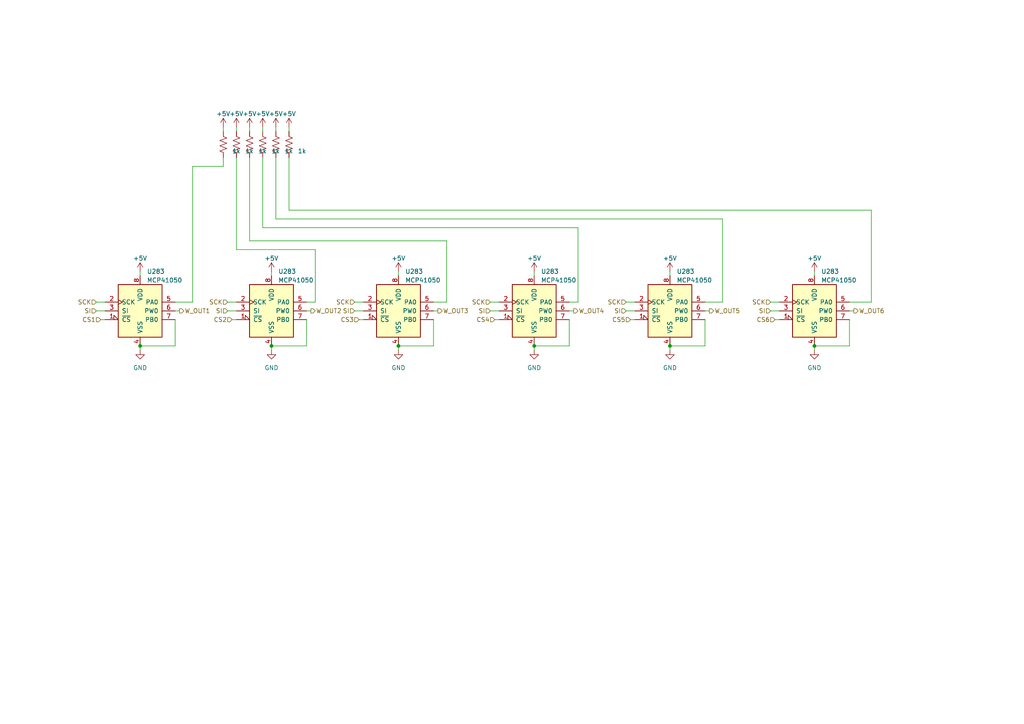
<source format=kicad_sch>
(kicad_sch (version 20221004) (generator eeschema)
  (paper "A4")
  (junction (at 115.57 100.33))
  (junction (at 78.74 100.33))
  (junction (at 154.94 100.33))
  (junction (at 40.64 100.33))
  (junction (at 194.31 100.33))
  (junction (at 236.22 100.33))
  (wire (pts (xy 143.51 92.71) (xy 144.78 92.71)))
  (wire (pts (xy 72.39 45.72) (xy 72.39 69.85)))
  (wire (pts (xy 76.2 36.83) (xy 76.2 38.1)))
  (wire (pts (xy 154.94 100.33) (xy 165.1 100.33)))
  (wire (pts (xy 142.24 87.63) (xy 144.78 87.63)))
  (wire (pts (xy 72.39 69.85) (xy 129.54 69.85)))
  (wire (pts (xy 115.57 78.74) (xy 115.57 80.01)))
  (wire (pts (xy 72.39 36.83) (xy 72.39 38.1)))
  (wire (pts (xy 223.52 90.17) (xy 226.06 90.17)))
  (wire (pts (xy 80.01 36.83) (xy 80.01 38.1)))
  (wire (pts (xy 78.74 78.74) (xy 78.74 80.01)))
  (wire (pts (xy 224.79 92.71) (xy 226.06 92.71)))
  (wire (pts (xy 64.77 45.72) (xy 64.77 48.26)))
  (wire (pts (xy 104.14 92.71) (xy 105.41 92.71)))
  (wire (pts (xy 78.74 100.33) (xy 88.9 100.33)))
  (wire (pts (xy 165.1 92.71) (xy 165.1 100.33)))
  (wire (pts (xy 55.88 48.26) (xy 55.88 87.63)))
  (wire (pts (xy 252.73 87.63) (xy 246.38 87.63)))
  (wire (pts (xy 67.31 92.71) (xy 68.58 92.71)))
  (wire (pts (xy 29.21 92.71) (xy 30.48 92.71)))
  (wire (pts (xy 236.22 100.33) (xy 236.22 101.6)))
  (wire (pts (xy 154.94 100.33) (xy 154.94 101.6)))
  (wire (pts (xy 83.82 36.83) (xy 83.82 38.1)))
  (wire (pts (xy 246.38 90.17) (xy 247.65 90.17)))
  (wire (pts (xy 68.58 72.39) (xy 91.44 72.39)))
  (wire (pts (xy 154.94 78.74) (xy 154.94 80.01)))
  (wire (pts (xy 182.88 92.71) (xy 184.15 92.71)))
  (wire (pts (xy 252.73 60.96) (xy 252.73 87.63)))
  (wire (pts (xy 40.64 100.33) (xy 50.8 100.33)))
  (wire (pts (xy 80.01 63.5) (xy 209.55 63.5)))
  (wire (pts (xy 78.74 100.33) (xy 78.74 101.6)))
  (wire (pts (xy 142.24 90.17) (xy 144.78 90.17)))
  (wire (pts (xy 223.52 87.63) (xy 226.06 87.63)))
  (wire (pts (xy 64.77 48.26) (xy 55.88 48.26)))
  (wire (pts (xy 246.38 92.71) (xy 246.38 100.33)))
  (wire (pts (xy 209.55 87.63) (xy 204.47 87.63)))
  (wire (pts (xy 115.57 100.33) (xy 115.57 101.6)))
  (wire (pts (xy 194.31 78.74) (xy 194.31 80.01)))
  (wire (pts (xy 236.22 100.33) (xy 246.38 100.33)))
  (wire (pts (xy 80.01 45.72) (xy 80.01 63.5)))
  (wire (pts (xy 204.47 92.71) (xy 204.47 100.33)))
  (wire (pts (xy 40.64 78.74) (xy 40.64 80.01)))
  (wire (pts (xy 55.88 87.63) (xy 50.8 87.63)))
  (wire (pts (xy 64.77 36.83) (xy 64.77 38.1)))
  (wire (pts (xy 102.87 87.63) (xy 105.41 87.63)))
  (wire (pts (xy 83.82 45.72) (xy 83.82 60.96)))
  (wire (pts (xy 167.64 66.04) (xy 167.64 87.63)))
  (wire (pts (xy 115.57 100.33) (xy 125.73 100.33)))
  (wire (pts (xy 236.22 78.74) (xy 236.22 80.01)))
  (wire (pts (xy 68.58 45.72) (xy 68.58 72.39)))
  (wire (pts (xy 129.54 69.85) (xy 129.54 87.63)))
  (wire (pts (xy 68.58 36.83) (xy 68.58 38.1)))
  (wire (pts (xy 27.94 90.17) (xy 30.48 90.17)))
  (wire (pts (xy 27.94 87.63) (xy 30.48 87.63)))
  (wire (pts (xy 66.04 90.17) (xy 68.58 90.17)))
  (wire (pts (xy 91.44 72.39) (xy 91.44 87.63)))
  (wire (pts (xy 167.64 87.63) (xy 165.1 87.63)))
  (wire (pts (xy 165.1 90.17) (xy 166.37 90.17)))
  (wire (pts (xy 50.8 90.17) (xy 52.07 90.17)))
  (wire (pts (xy 40.64 100.33) (xy 40.64 101.6)))
  (wire (pts (xy 194.31 100.33) (xy 194.31 101.6)))
  (wire (pts (xy 66.04 87.63) (xy 68.58 87.63)))
  (wire (pts (xy 91.44 87.63) (xy 88.9 87.63)))
  (wire (pts (xy 125.73 92.71) (xy 125.73 100.33)))
  (wire (pts (xy 181.61 87.63) (xy 184.15 87.63)))
  (wire (pts (xy 194.31 100.33) (xy 204.47 100.33)))
  (wire (pts (xy 88.9 90.17) (xy 90.17 90.17)))
  (wire (pts (xy 102.87 90.17) (xy 105.41 90.17)))
  (wire (pts (xy 209.55 63.5) (xy 209.55 87.63)))
  (wire (pts (xy 50.8 92.71) (xy 50.8 100.33)))
  (wire (pts (xy 76.2 45.72) (xy 76.2 66.04)))
  (wire (pts (xy 83.82 60.96) (xy 252.73 60.96)))
  (wire (pts (xy 76.2 66.04) (xy 167.64 66.04)))
  (wire (pts (xy 125.73 90.17) (xy 127 90.17)))
  (wire (pts (xy 129.54 87.63) (xy 125.73 87.63)))
  (wire (pts (xy 88.9 92.71) (xy 88.9 100.33)))
  (wire (pts (xy 204.47 90.17) (xy 205.74 90.17)))
  (wire (pts (xy 181.61 90.17) (xy 184.15 90.17)))
  (hierarchical_label "W_OUT2" (shape output) (at 90.17 90.17 0))
  (hierarchical_label "SI" (shape input) (at 66.04 90.17 180))
  (hierarchical_label "SCK" (shape input) (at 142.24 87.63 180))
  (hierarchical_label "CS1" (shape input) (at 29.21 92.71 180))
  (hierarchical_label "CS6" (shape input) (at 224.79 92.71 180))
  (hierarchical_label "CS5" (shape input) (at 182.88 92.71 180))
  (hierarchical_label "CS2" (shape input) (at 67.31 92.71 180))
  (hierarchical_label "SI" (shape input) (at 27.94 90.17 180))
  (hierarchical_label "SCK" (shape input) (at 181.61 87.63 180))
  (hierarchical_label "W_OUT5" (shape output) (at 205.74 90.17 0))
  (hierarchical_label "W_OUT1" (shape output) (at 52.07 90.17 0))
  (hierarchical_label "W_OUT3" (shape output) (at 127 90.17 0))
  (hierarchical_label "W_OUT6" (shape output) (at 247.65 90.17 0))
  (hierarchical_label "SCK" (shape input) (at 66.04 87.63 180))
  (hierarchical_label "CS3" (shape input) (at 104.14 92.71 180))
  (hierarchical_label "SI" (shape input) (at 181.61 90.17 180))
  (hierarchical_label "W_OUT4" (shape output) (at 166.37 90.17 0))
  (hierarchical_label "SCK" (shape input) (at 102.87 87.63 180))
  (hierarchical_label "CS4" (shape input) (at 143.51 92.71 180))
  (hierarchical_label "SCK" (shape input) (at 27.94 87.63 180))
  (hierarchical_label "SI" (shape input) (at 223.52 90.17 180))
  (hierarchical_label "SCK" (shape input) (at 223.52 87.63 180))
  (hierarchical_label "SI" (shape input) (at 102.87 90.17 180))
  (hierarchical_label "SI" (shape input) (at 142.24 90.17 180))
  (symbol (lib_id "Device:R_US") (at 68.58 41.91 0) (unit 1)
    (property "Reference" "R812" (effects hide))
    (property "Value" "1k" (at 71.12 43.815 0) (effects (justify left)))
    (property "Footprint" "Resistor_SMD:R_0201_0603Metric" (effects hide))
    (instances (project "AnalogFNN" (path "" (reference "R812") (unit 1) (value "1k") (footprint "Resistor_SMD:R_0201_0603Metric")) (path "" (reference "R818") (unit 1) (value "1k") (footprint "Resistor_SMD:R_0201_0603Metric")) (path "" (reference "R824") (unit 1) (value "1k") (footprint "Resistor_SMD:R_0201_0603Metric")) (path "" (reference "R830") (unit 1) (value "1k") (footprint "Resistor_SMD:R_0201_0603Metric")) (path "" (reference "R836") (unit 1) (value "1k") (footprint "Resistor_SMD:R_0201_0603Metric")) (path "" (reference "R842") (unit 1) (value "1k") (footprint "Resistor_SMD:R_0201_0603Metric")) (path "" (reference "R848") (unit 1) (value "1k") (footprint "Resistor_SMD:R_0201_0603Metric")) (path "" (reference "R854") (unit 1) (value "1k") (footprint "Resistor_SMD:R_0201_0603Metric")) (path "" (reference "R860") (unit 1) (value "1k") (footprint "Resistor_SMD:R_0201_0603Metric")) (path "" (reference "R878") (unit 1) (value "1k") (footprint "Resistor_SMD:R_0201_0603Metric")) (path "" (reference "R872") (unit 1) (value "1k") (footprint "Resistor_SMD:R_0201_0603Metric")) (path "" (reference "R866") (unit 1) (value "1k") (footprint "Resistor_SMD:R_0201_0603Metric")) (path "" (reference "R884") (unit 1) (value "1k") (footprint "Resistor_SMD:R_0201_0603Metric")) (path "" (reference "R890") (unit 1) (value "1k") (footprint "Resistor_SMD:R_0201_0603Metric")) (path "" (reference "R896") (unit 1) (value "1k") (footprint "Resistor_SMD:R_0201_0603Metric")) (path "" (reference "R902") (unit 1) (value "1k") (footprint "Resistor_SMD:R_0201_0603Metric")) (path "" (reference "R908") (unit 1) (value "1k") (footprint "Resistor_SMD:R_0201_0603Metric")) (path "" (reference "R914") (unit 1) (value "1k") (footprint "Resistor_SMD:R_0201_0603Metric")) (path "" (reference "R920") (unit 1) (value "1k") (footprint "Resistor_SMD:R_0201_0603Metric")) (path "" (reference "R926") (unit 1) (value "1k") (footprint "Resistor_SMD:R_0201_0603Metric")) (path "" (reference "R932") (unit 1) (value "1k") (footprint "Resistor_SMD:R_0201_0603Metric")) (path "" (reference "R938") (unit 1) (value "1k") (footprint "Resistor_SMD:R_0201_0603Metric")) (path "" (reference "R944") (unit 1) (value "1k") (footprint "Resistor_SMD:R_0201_0603Metric")) (path "" (reference "R950") (unit 1) (value "1k") (footprint "Resistor_SMD:R_0201_0603Metric")) (path "" (reference "R956") (unit 1) (value "1k") (footprint "Resistor_SMD:R_0201_0603Metric")) (path "" (reference "R962") (unit 1) (value "1k") (footprint "Resistor_SMD:R_0201_0603Metric")) (path "" (reference "R968") (unit 1) (value "1k") (footprint "Resistor_SMD:R_0201_0603Metric")) (path "" (reference "R974") (unit 1) (value "1k") (footprint "Resistor_SMD:R_0201_0603Metric")) (path "" (reference "R980") (unit 1) (value "1k") (footprint "Resistor_SMD:R_0201_0603Metric")) (path "" (reference "R986") (unit 1) (value "1k") (footprint "Resistor_SMD:R_0201_0603Metric")) (path "" (reference "R1164") (unit 1) (value "1k") (footprint "Resistor_SMD:R_0201_0603Metric")) (path "" (reference "R1170") (unit 1) (value "1k") (footprint "Resistor_SMD:R_0201_0603Metric"))))
  )
  (symbol (lib_id "power:+5V") (at 76.2 36.83 0) (unit 1)
    (property "Reference" "#PWR0214" (effects hide))
    (property "Value" "+5V" (at 76.2 33.02 0))
    (instances (project "AnalogFNN" (path "" (reference "#PWR0214") (unit 1) (value "+5V") (footprint "")) (path "" (reference "#PWR0230") (unit 1) (value "+5V") (footprint "")) (path "" (reference "#PWR0236") (unit 1) (value "+5V") (footprint "")) (path "" (reference "#PWR0242") (unit 1) (value "+5V") (footprint "")) (path "" (reference "#PWR0248") (unit 1) (value "+5V") (footprint "")) (path "" (reference "#PWR0254") (unit 1) (value "+5V") (footprint "")) (path "" (reference "#PWR0894") (unit 1) (value "+5V") (footprint "")) (path "" (reference "#PWR0912") (unit 1) (value "+5V") (footprint "")) (path "" (reference "#PWR0930") (unit 1) (value "+5V") (footprint "")) (path "" (reference "#PWR0984") (unit 1) (value "+5V") (footprint "")) (path "" (reference "#PWR0966") (unit 1) (value "+5V") (footprint "")) (path "" (reference "#PWR0948") (unit 1) (value "+5V") (footprint "")) (path "" (reference "#PWR01002") (unit 1) (value "+5V") (footprint "")) (path "" (reference "#PWR01020") (unit 1) (value "+5V") (footprint "")) (path "" (reference "#PWR01038") (unit 1) (value "+5V") (footprint "")) (path "" (reference "#PWR01056") (unit 1) (value "+5V") (footprint "")) (path "" (reference "#PWR01074") (unit 1) (value "+5V") (footprint "")) (path "" (reference "#PWR01092") (unit 1) (value "+5V") (footprint "")) (path "" (reference "#PWR01110") (unit 1) (value "+5V") (footprint "")) (path "" (reference "#PWR01128") (unit 1) (value "+5V") (footprint "")) (path "" (reference "#PWR01146") (unit 1) (value "+5V") (footprint "")) (path "" (reference "#PWR01164") (unit 1) (value "+5V") (footprint "")) (path "" (reference "#PWR01182") (unit 1) (value "+5V") (footprint "")) (path "" (reference "#PWR01200") (unit 1) (value "+5V") (footprint "")) (path "" (reference "#PWR01218") (unit 1) (value "+5V") (footprint "")) (path "" (reference "#PWR01236") (unit 1) (value "+5V") (footprint "")) (path "" (reference "#PWR01252") (unit 1) (value "+5V") (footprint "")) (path "" (reference "#PWR01268") (unit 1) (value "+5V") (footprint "")) (path "" (reference "#PWR01284") (unit 1) (value "+5V") (footprint "")) (path "" (reference "#PWR01300") (unit 1) (value "+5V") (footprint "")) (path "" (reference "#PWR01316") (unit 1) (value "+5V") (footprint "")) (path "" (reference "#PWR01455") (unit 1) (value "+5V") (footprint ""))))
  )
  (symbol (lib_id "power:+5V") (at 40.64 78.74 0) (unit 1)
    (property "Reference" "#PWR?" (effects hide))
    (property "Value" "+5V" (at 40.64 74.93 0))
    (instances (project "AnalogFNN" (path "" (reference "#PWR?") (unit 1) (value "+5V") (footprint "")) (path "" (reference "#PWR0223") (unit 1) (value "+5V") (footprint "")) (path "" (reference "#PWR0829") (unit 1) (value "+5V") (footprint "")) (path "" (reference "#PWR0841") (unit 1) (value "+5V") (footprint "")) (path "" (reference "#PWR0853") (unit 1) (value "+5V") (footprint "")) (path "" (reference "#PWR0865") (unit 1) (value "+5V") (footprint "")) (path "" (reference "#PWR0877") (unit 1) (value "+5V") (footprint "")) (path "" (reference "#PWR0889") (unit 1) (value "+5V") (footprint "")) (path "" (reference "#PWR0907") (unit 1) (value "+5V") (footprint "")) (path "" (reference "#PWR0925") (unit 1) (value "+5V") (footprint "")) (path "" (reference "#PWR0979") (unit 1) (value "+5V") (footprint "")) (path "" (reference "#PWR0961") (unit 1) (value "+5V") (footprint "")) (path "" (reference "#PWR0943") (unit 1) (value "+5V") (footprint "")) (path "" (reference "#PWR0997") (unit 1) (value "+5V") (footprint "")) (path "" (reference "#PWR01015") (unit 1) (value "+5V") (footprint "")) (path "" (reference "#PWR01033") (unit 1) (value "+5V") (footprint "")) (path "" (reference "#PWR01051") (unit 1) (value "+5V") (footprint "")) (path "" (reference "#PWR01069") (unit 1) (value "+5V") (footprint "")) (path "" (reference "#PWR01087") (unit 1) (value "+5V") (footprint "")) (path "" (reference "#PWR01105") (unit 1) (value "+5V") (footprint "")) (path "" (reference "#PWR01123") (unit 1) (value "+5V") (footprint "")) (path "" (reference "#PWR01141") (unit 1) (value "+5V") (footprint "")) (path "" (reference "#PWR01159") (unit 1) (value "+5V") (footprint "")) (path "" (reference "#PWR01177") (unit 1) (value "+5V") (footprint "")) (path "" (reference "#PWR01195") (unit 1) (value "+5V") (footprint "")) (path "" (reference "#PWR01213") (unit 1) (value "+5V") (footprint "")) (path "" (reference "#PWR01231") (unit 1) (value "+5V") (footprint "")) (path "" (reference "#PWR07") (unit 1) (value "+5V") (footprint "")) (path "" (reference "#PWR09") (unit 1) (value "+5V") (footprint "")) (path "" (reference "#PWR011") (unit 1) (value "+5V") (footprint "")) (path "" (reference "#PWR013") (unit 1) (value "+5V") (footprint "")) (path "" (reference "#PWR015") (unit 1) (value "+5V") (footprint "")) (path "" (reference "#PWR017") (unit 1) (value "+5V") (footprint ""))))
  )
  (symbol (lib_id "power:GND") (at 154.94 101.6 0) (unit 1)
    (property "Reference" "#PWR?" (effects hide))
    (property "Value" "GND" (at 154.94 106.68 0))
    (instances (project "AnalogFNN" (path "" (reference "#PWR?") (unit 1) (value "GND") (footprint "")) (path "" (reference "#PWR0217") (unit 1) (value "GND") (footprint "")) (path "" (reference "#PWR0836") (unit 1) (value "GND") (footprint "")) (path "" (reference "#PWR0848") (unit 1) (value "GND") (footprint "")) (path "" (reference "#PWR0860") (unit 1) (value "GND") (footprint "")) (path "" (reference "#PWR0872") (unit 1) (value "GND") (footprint "")) (path "" (reference "#PWR0884") (unit 1) (value "GND") (footprint "")) (path "" (reference "#PWR0902") (unit 1) (value "GND") (footprint "")) (path "" (reference "#PWR0920") (unit 1) (value "GND") (footprint "")) (path "" (reference "#PWR0938") (unit 1) (value "GND") (footprint "")) (path "" (reference "#PWR0992") (unit 1) (value "GND") (footprint "")) (path "" (reference "#PWR0974") (unit 1) (value "GND") (footprint "")) (path "" (reference "#PWR0956") (unit 1) (value "GND") (footprint "")) (path "" (reference "#PWR01010") (unit 1) (value "GND") (footprint "")) (path "" (reference "#PWR01028") (unit 1) (value "GND") (footprint "")) (path "" (reference "#PWR01046") (unit 1) (value "GND") (footprint "")) (path "" (reference "#PWR01064") (unit 1) (value "GND") (footprint "")) (path "" (reference "#PWR01082") (unit 1) (value "GND") (footprint "")) (path "" (reference "#PWR01100") (unit 1) (value "GND") (footprint "")) (path "" (reference "#PWR01118") (unit 1) (value "GND") (footprint "")) (path "" (reference "#PWR01136") (unit 1) (value "GND") (footprint "")) (path "" (reference "#PWR01154") (unit 1) (value "GND") (footprint "")) (path "" (reference "#PWR01172") (unit 1) (value "GND") (footprint "")) (path "" (reference "#PWR01190") (unit 1) (value "GND") (footprint "")) (path "" (reference "#PWR01208") (unit 1) (value "GND") (footprint "")) (path "" (reference "#PWR01226") (unit 1) (value "GND") (footprint "")) (path "" (reference "#PWR01244") (unit 1) (value "GND") (footprint "")) (path "" (reference "#PWR01260") (unit 1) (value "GND") (footprint "")) (path "" (reference "#PWR01276") (unit 1) (value "GND") (footprint "")) (path "" (reference "#PWR01292") (unit 1) (value "GND") (footprint "")) (path "" (reference "#PWR01308") (unit 1) (value "GND") (footprint "")) (path "" (reference "#PWR01447") (unit 1) (value "GND") (footprint "")) (path "" (reference "#PWR01463") (unit 1) (value "GND") (footprint ""))))
  )
  (symbol (lib_id "power:+5V") (at 236.22 78.74 0) (unit 1)
    (property "Reference" "#PWR?" (effects hide))
    (property "Value" "+5V" (at 236.22 74.93 0))
    (instances (project "AnalogFNN" (path "" (reference "#PWR?") (unit 1) (value "+5V") (footprint "")) (path "" (reference "#PWR0221") (unit 1) (value "+5V") (footprint "")) (path "" (reference "#PWR0839") (unit 1) (value "+5V") (footprint "")) (path "" (reference "#PWR0851") (unit 1) (value "+5V") (footprint "")) (path "" (reference "#PWR0863") (unit 1) (value "+5V") (footprint "")) (path "" (reference "#PWR0875") (unit 1) (value "+5V") (footprint "")) (path "" (reference "#PWR0887") (unit 1) (value "+5V") (footprint "")) (path "" (reference "#PWR0905") (unit 1) (value "+5V") (footprint "")) (path "" (reference "#PWR0923") (unit 1) (value "+5V") (footprint "")) (path "" (reference "#PWR0941") (unit 1) (value "+5V") (footprint "")) (path "" (reference "#PWR0995") (unit 1) (value "+5V") (footprint "")) (path "" (reference "#PWR0977") (unit 1) (value "+5V") (footprint "")) (path "" (reference "#PWR0959") (unit 1) (value "+5V") (footprint "")) (path "" (reference "#PWR01013") (unit 1) (value "+5V") (footprint "")) (path "" (reference "#PWR01031") (unit 1) (value "+5V") (footprint "")) (path "" (reference "#PWR01049") (unit 1) (value "+5V") (footprint "")) (path "" (reference "#PWR01067") (unit 1) (value "+5V") (footprint "")) (path "" (reference "#PWR01085") (unit 1) (value "+5V") (footprint "")) (path "" (reference "#PWR01103") (unit 1) (value "+5V") (footprint "")) (path "" (reference "#PWR01121") (unit 1) (value "+5V") (footprint "")) (path "" (reference "#PWR01139") (unit 1) (value "+5V") (footprint "")) (path "" (reference "#PWR01157") (unit 1) (value "+5V") (footprint "")) (path "" (reference "#PWR01175") (unit 1) (value "+5V") (footprint "")) (path "" (reference "#PWR01193") (unit 1) (value "+5V") (footprint "")) (path "" (reference "#PWR01211") (unit 1) (value "+5V") (footprint "")) (path "" (reference "#PWR01229") (unit 1) (value "+5V") (footprint "")) (path "" (reference "#PWR01247") (unit 1) (value "+5V") (footprint "")) (path "" (reference "#PWR01263") (unit 1) (value "+5V") (footprint "")) (path "" (reference "#PWR01279") (unit 1) (value "+5V") (footprint "")) (path "" (reference "#PWR01295") (unit 1) (value "+5V") (footprint "")) (path "" (reference "#PWR01311") (unit 1) (value "+5V") (footprint "")) (path "" (reference "#PWR01450") (unit 1) (value "+5V") (footprint "")) (path "" (reference "#PWR01466") (unit 1) (value "+5V") (footprint ""))))
  )
  (symbol (lib_id "power:+5V") (at 80.01 36.83 0) (unit 1)
    (property "Reference" "#PWR0212" (effects hide))
    (property "Value" "+5V" (at 80.01 33.02 0))
    (instances (project "AnalogFNN" (path "" (reference "#PWR0212") (unit 1) (value "+5V") (footprint "")) (path "" (reference "#PWR0228") (unit 1) (value "+5V") (footprint "")) (path "" (reference "#PWR0234") (unit 1) (value "+5V") (footprint "")) (path "" (reference "#PWR0240") (unit 1) (value "+5V") (footprint "")) (path "" (reference "#PWR0246") (unit 1) (value "+5V") (footprint "")) (path "" (reference "#PWR0252") (unit 1) (value "+5V") (footprint "")) (path "" (reference "#PWR0897") (unit 1) (value "+5V") (footprint "")) (path "" (reference "#PWR0915") (unit 1) (value "+5V") (footprint "")) (path "" (reference "#PWR0933") (unit 1) (value "+5V") (footprint "")) (path "" (reference "#PWR0987") (unit 1) (value "+5V") (footprint "")) (path "" (reference "#PWR0969") (unit 1) (value "+5V") (footprint "")) (path "" (reference "#PWR0951") (unit 1) (value "+5V") (footprint "")) (path "" (reference "#PWR01005") (unit 1) (value "+5V") (footprint "")) (path "" (reference "#PWR01023") (unit 1) (value "+5V") (footprint "")) (path "" (reference "#PWR01041") (unit 1) (value "+5V") (footprint "")) (path "" (reference "#PWR01059") (unit 1) (value "+5V") (footprint "")) (path "" (reference "#PWR01077") (unit 1) (value "+5V") (footprint "")) (path "" (reference "#PWR01095") (unit 1) (value "+5V") (footprint "")) (path "" (reference "#PWR01113") (unit 1) (value "+5V") (footprint "")) (path "" (reference "#PWR01131") (unit 1) (value "+5V") (footprint "")) (path "" (reference "#PWR01149") (unit 1) (value "+5V") (footprint "")) (path "" (reference "#PWR01167") (unit 1) (value "+5V") (footprint "")) (path "" (reference "#PWR01185") (unit 1) (value "+5V") (footprint "")) (path "" (reference "#PWR01203") (unit 1) (value "+5V") (footprint "")) (path "" (reference "#PWR01221") (unit 1) (value "+5V") (footprint "")) (path "" (reference "#PWR01239") (unit 1) (value "+5V") (footprint "")) (path "" (reference "#PWR01255") (unit 1) (value "+5V") (footprint "")) (path "" (reference "#PWR01271") (unit 1) (value "+5V") (footprint "")) (path "" (reference "#PWR01287") (unit 1) (value "+5V") (footprint "")) (path "" (reference "#PWR01303") (unit 1) (value "+5V") (footprint "")) (path "" (reference "#PWR01319") (unit 1) (value "+5V") (footprint "")) (path "" (reference "#PWR01458") (unit 1) (value "+5V") (footprint ""))))
  )
  (symbol (lib_id "power:GND") (at 236.22 101.6 0) (unit 1)
    (property "Reference" "#PWR?" (effects hide))
    (property "Value" "GND" (at 236.22 106.68 0))
    (instances (project "AnalogFNN" (path "" (reference "#PWR?") (unit 1) (value "GND") (footprint "")) (path "" (reference "#PWR0219") (unit 1) (value "GND") (footprint "")) (path "" (reference "#PWR0840") (unit 1) (value "GND") (footprint "")) (path "" (reference "#PWR0852") (unit 1) (value "GND") (footprint "")) (path "" (reference "#PWR0864") (unit 1) (value "GND") (footprint "")) (path "" (reference "#PWR0876") (unit 1) (value "GND") (footprint "")) (path "" (reference "#PWR0888") (unit 1) (value "GND") (footprint "")) (path "" (reference "#PWR0906") (unit 1) (value "GND") (footprint "")) (path "" (reference "#PWR0924") (unit 1) (value "GND") (footprint "")) (path "" (reference "#PWR0942") (unit 1) (value "GND") (footprint "")) (path "" (reference "#PWR0996") (unit 1) (value "GND") (footprint "")) (path "" (reference "#PWR0978") (unit 1) (value "GND") (footprint "")) (path "" (reference "#PWR0960") (unit 1) (value "GND") (footprint "")) (path "" (reference "#PWR01014") (unit 1) (value "GND") (footprint "")) (path "" (reference "#PWR01032") (unit 1) (value "GND") (footprint "")) (path "" (reference "#PWR01050") (unit 1) (value "GND") (footprint "")) (path "" (reference "#PWR01068") (unit 1) (value "GND") (footprint "")) (path "" (reference "#PWR01086") (unit 1) (value "GND") (footprint "")) (path "" (reference "#PWR01104") (unit 1) (value "GND") (footprint "")) (path "" (reference "#PWR01122") (unit 1) (value "GND") (footprint "")) (path "" (reference "#PWR01140") (unit 1) (value "GND") (footprint "")) (path "" (reference "#PWR01158") (unit 1) (value "GND") (footprint "")) (path "" (reference "#PWR01176") (unit 1) (value "GND") (footprint "")) (path "" (reference "#PWR01194") (unit 1) (value "GND") (footprint "")) (path "" (reference "#PWR01212") (unit 1) (value "GND") (footprint "")) (path "" (reference "#PWR01230") (unit 1) (value "GND") (footprint "")) (path "" (reference "#PWR01248") (unit 1) (value "GND") (footprint "")) (path "" (reference "#PWR01264") (unit 1) (value "GND") (footprint "")) (path "" (reference "#PWR01280") (unit 1) (value "GND") (footprint "")) (path "" (reference "#PWR01296") (unit 1) (value "GND") (footprint "")) (path "" (reference "#PWR01312") (unit 1) (value "GND") (footprint "")) (path "" (reference "#PWR01451") (unit 1) (value "GND") (footprint "")) (path "" (reference "#PWR01467") (unit 1) (value "GND") (footprint ""))))
  )
  (symbol (lib_id "power:+5V") (at 83.82 36.83 0) (unit 1)
    (property "Reference" "#PWR0211" (effects hide))
    (property "Value" "+5V" (at 83.82 33.02 0))
    (instances (project "AnalogFNN" (path "" (reference "#PWR0211") (unit 1) (value "+5V") (footprint "")) (path "" (reference "#PWR0227") (unit 1) (value "+5V") (footprint "")) (path "" (reference "#PWR0233") (unit 1) (value "+5V") (footprint "")) (path "" (reference "#PWR0239") (unit 1) (value "+5V") (footprint "")) (path "" (reference "#PWR0245") (unit 1) (value "+5V") (footprint "")) (path "" (reference "#PWR0251") (unit 1) (value "+5V") (footprint "")) (path "" (reference "#PWR0898") (unit 1) (value "+5V") (footprint "")) (path "" (reference "#PWR0916") (unit 1) (value "+5V") (footprint "")) (path "" (reference "#PWR0934") (unit 1) (value "+5V") (footprint "")) (path "" (reference "#PWR0988") (unit 1) (value "+5V") (footprint "")) (path "" (reference "#PWR0970") (unit 1) (value "+5V") (footprint "")) (path "" (reference "#PWR0952") (unit 1) (value "+5V") (footprint "")) (path "" (reference "#PWR01006") (unit 1) (value "+5V") (footprint "")) (path "" (reference "#PWR01024") (unit 1) (value "+5V") (footprint "")) (path "" (reference "#PWR01042") (unit 1) (value "+5V") (footprint "")) (path "" (reference "#PWR01060") (unit 1) (value "+5V") (footprint "")) (path "" (reference "#PWR01078") (unit 1) (value "+5V") (footprint "")) (path "" (reference "#PWR01096") (unit 1) (value "+5V") (footprint "")) (path "" (reference "#PWR01114") (unit 1) (value "+5V") (footprint "")) (path "" (reference "#PWR01132") (unit 1) (value "+5V") (footprint "")) (path "" (reference "#PWR01150") (unit 1) (value "+5V") (footprint "")) (path "" (reference "#PWR01168") (unit 1) (value "+5V") (footprint "")) (path "" (reference "#PWR01186") (unit 1) (value "+5V") (footprint "")) (path "" (reference "#PWR01204") (unit 1) (value "+5V") (footprint "")) (path "" (reference "#PWR01222") (unit 1) (value "+5V") (footprint "")) (path "" (reference "#PWR01240") (unit 1) (value "+5V") (footprint "")) (path "" (reference "#PWR01256") (unit 1) (value "+5V") (footprint "")) (path "" (reference "#PWR01272") (unit 1) (value "+5V") (footprint "")) (path "" (reference "#PWR01288") (unit 1) (value "+5V") (footprint "")) (path "" (reference "#PWR01304") (unit 1) (value "+5V") (footprint "")) (path "" (reference "#PWR01320") (unit 1) (value "+5V") (footprint "")) (path "" (reference "#PWR01459") (unit 1) (value "+5V") (footprint ""))))
  )
  (symbol (lib_id "power:+5V") (at 194.31 78.74 0) (unit 1)
    (property "Reference" "#PWR?" (effects hide))
    (property "Value" "+5V" (at 194.31 74.93 0))
    (instances (project "AnalogFNN" (path "" (reference "#PWR?") (unit 1) (value "+5V") (footprint "")) (path "" (reference "#PWR0222") (unit 1) (value "+5V") (footprint "")) (path "" (reference "#PWR0837") (unit 1) (value "+5V") (footprint "")) (path "" (reference "#PWR0849") (unit 1) (value "+5V") (footprint "")) (path "" (reference "#PWR0861") (unit 1) (value "+5V") (footprint "")) (path "" (reference "#PWR0873") (unit 1) (value "+5V") (footprint "")) (path "" (reference "#PWR0885") (unit 1) (value "+5V") (footprint "")) (path "" (reference "#PWR0903") (unit 1) (value "+5V") (footprint "")) (path "" (reference "#PWR0921") (unit 1) (value "+5V") (footprint "")) (path "" (reference "#PWR0939") (unit 1) (value "+5V") (footprint "")) (path "" (reference "#PWR0993") (unit 1) (value "+5V") (footprint "")) (path "" (reference "#PWR0975") (unit 1) (value "+5V") (footprint "")) (path "" (reference "#PWR0957") (unit 1) (value "+5V") (footprint "")) (path "" (reference "#PWR01011") (unit 1) (value "+5V") (footprint "")) (path "" (reference "#PWR01029") (unit 1) (value "+5V") (footprint "")) (path "" (reference "#PWR01047") (unit 1) (value "+5V") (footprint "")) (path "" (reference "#PWR01065") (unit 1) (value "+5V") (footprint "")) (path "" (reference "#PWR01083") (unit 1) (value "+5V") (footprint "")) (path "" (reference "#PWR01101") (unit 1) (value "+5V") (footprint "")) (path "" (reference "#PWR01119") (unit 1) (value "+5V") (footprint "")) (path "" (reference "#PWR01137") (unit 1) (value "+5V") (footprint "")) (path "" (reference "#PWR01155") (unit 1) (value "+5V") (footprint "")) (path "" (reference "#PWR01173") (unit 1) (value "+5V") (footprint "")) (path "" (reference "#PWR01191") (unit 1) (value "+5V") (footprint "")) (path "" (reference "#PWR01209") (unit 1) (value "+5V") (footprint "")) (path "" (reference "#PWR01227") (unit 1) (value "+5V") (footprint "")) (path "" (reference "#PWR01245") (unit 1) (value "+5V") (footprint "")) (path "" (reference "#PWR01261") (unit 1) (value "+5V") (footprint "")) (path "" (reference "#PWR01277") (unit 1) (value "+5V") (footprint "")) (path "" (reference "#PWR01293") (unit 1) (value "+5V") (footprint "")) (path "" (reference "#PWR01309") (unit 1) (value "+5V") (footprint "")) (path "" (reference "#PWR01448") (unit 1) (value "+5V") (footprint "")) (path "" (reference "#PWR01464") (unit 1) (value "+5V") (footprint ""))))
  )
  (symbol (lib_id "Device:R_US") (at 83.82 41.91 0) (unit 1)
    (property "Reference" "R816" (effects hide))
    (property "Value" "1k" (at 86.36 43.815 0) (effects (justify left)))
    (property "Footprint" "Resistor_SMD:R_0201_0603Metric" (effects hide))
    (instances (project "AnalogFNN" (path "" (reference "R816") (unit 1) (value "1k") (footprint "Resistor_SMD:R_0201_0603Metric")) (path "" (reference "R822") (unit 1) (value "1k") (footprint "Resistor_SMD:R_0201_0603Metric")) (path "" (reference "R828") (unit 1) (value "1k") (footprint "Resistor_SMD:R_0201_0603Metric")) (path "" (reference "R834") (unit 1) (value "1k") (footprint "Resistor_SMD:R_0201_0603Metric")) (path "" (reference "R840") (unit 1) (value "1k") (footprint "Resistor_SMD:R_0201_0603Metric")) (path "" (reference "R846") (unit 1) (value "1k") (footprint "Resistor_SMD:R_0201_0603Metric")) (path "" (reference "R852") (unit 1) (value "1k") (footprint "Resistor_SMD:R_0201_0603Metric")) (path "" (reference "R858") (unit 1) (value "1k") (footprint "Resistor_SMD:R_0201_0603Metric")) (path "" (reference "R864") (unit 1) (value "1k") (footprint "Resistor_SMD:R_0201_0603Metric")) (path "" (reference "R882") (unit 1) (value "1k") (footprint "Resistor_SMD:R_0201_0603Metric")) (path "" (reference "R876") (unit 1) (value "1k") (footprint "Resistor_SMD:R_0201_0603Metric")) (path "" (reference "R870") (unit 1) (value "1k") (footprint "Resistor_SMD:R_0201_0603Metric")) (path "" (reference "R888") (unit 1) (value "1k") (footprint "Resistor_SMD:R_0201_0603Metric")) (path "" (reference "R894") (unit 1) (value "1k") (footprint "Resistor_SMD:R_0201_0603Metric")) (path "" (reference "R900") (unit 1) (value "1k") (footprint "Resistor_SMD:R_0201_0603Metric")) (path "" (reference "R906") (unit 1) (value "1k") (footprint "Resistor_SMD:R_0201_0603Metric")) (path "" (reference "R912") (unit 1) (value "1k") (footprint "Resistor_SMD:R_0201_0603Metric")) (path "" (reference "R918") (unit 1) (value "1k") (footprint "Resistor_SMD:R_0201_0603Metric")) (path "" (reference "R924") (unit 1) (value "1k") (footprint "Resistor_SMD:R_0201_0603Metric")) (path "" (reference "R930") (unit 1) (value "1k") (footprint "Resistor_SMD:R_0201_0603Metric")) (path "" (reference "R936") (unit 1) (value "1k") (footprint "Resistor_SMD:R_0201_0603Metric")) (path "" (reference "R942") (unit 1) (value "1k") (footprint "Resistor_SMD:R_0201_0603Metric")) (path "" (reference "R948") (unit 1) (value "1k") (footprint "Resistor_SMD:R_0201_0603Metric")) (path "" (reference "R954") (unit 1) (value "1k") (footprint "Resistor_SMD:R_0201_0603Metric")) (path "" (reference "R960") (unit 1) (value "1k") (footprint "Resistor_SMD:R_0201_0603Metric")) (path "" (reference "R966") (unit 1) (value "1k") (footprint "Resistor_SMD:R_0201_0603Metric")) (path "" (reference "R972") (unit 1) (value "1k") (footprint "Resistor_SMD:R_0201_0603Metric")) (path "" (reference "R978") (unit 1) (value "1k") (footprint "Resistor_SMD:R_0201_0603Metric")) (path "" (reference "R984") (unit 1) (value "1k") (footprint "Resistor_SMD:R_0201_0603Metric")) (path "" (reference "R990") (unit 1) (value "1k") (footprint "Resistor_SMD:R_0201_0603Metric")) (path "" (reference "R1168") (unit 1) (value "1k") (footprint "Resistor_SMD:R_0201_0603Metric")) (path "" (reference "R1174") (unit 1) (value "1k") (footprint "Resistor_SMD:R_0201_0603Metric"))))
  )
  (symbol (lib_id "power:+5V") (at 64.77 36.83 0) (unit 1)
    (property "Reference" "#PWR0226" (effects hide))
    (property "Value" "+5V" (at 64.77 33.02 0))
    (instances (project "AnalogFNN" (path "" (reference "#PWR0226") (unit 1) (value "+5V") (footprint "")) (path "" (reference "#PWR0232") (unit 1) (value "+5V") (footprint "")) (path "" (reference "#PWR0238") (unit 1) (value "+5V") (footprint "")) (path "" (reference "#PWR0244") (unit 1) (value "+5V") (footprint "")) (path "" (reference "#PWR0250") (unit 1) (value "+5V") (footprint "")) (path "" (reference "#PWR0256") (unit 1) (value "+5V") (footprint "")) (path "" (reference "#PWR0891") (unit 1) (value "+5V") (footprint "")) (path "" (reference "#PWR0909") (unit 1) (value "+5V") (footprint "")) (path "" (reference "#PWR0927") (unit 1) (value "+5V") (footprint "")) (path "" (reference "#PWR0981") (unit 1) (value "+5V") (footprint "")) (path "" (reference "#PWR0963") (unit 1) (value "+5V") (footprint "")) (path "" (reference "#PWR0945") (unit 1) (value "+5V") (footprint "")) (path "" (reference "#PWR0999") (unit 1) (value "+5V") (footprint "")) (path "" (reference "#PWR01017") (unit 1) (value "+5V") (footprint "")) (path "" (reference "#PWR01035") (unit 1) (value "+5V") (footprint "")) (path "" (reference "#PWR01053") (unit 1) (value "+5V") (footprint "")) (path "" (reference "#PWR01071") (unit 1) (value "+5V") (footprint "")) (path "" (reference "#PWR01089") (unit 1) (value "+5V") (footprint "")) (path "" (reference "#PWR01107") (unit 1) (value "+5V") (footprint "")) (path "" (reference "#PWR01125") (unit 1) (value "+5V") (footprint "")) (path "" (reference "#PWR01143") (unit 1) (value "+5V") (footprint "")) (path "" (reference "#PWR01161") (unit 1) (value "+5V") (footprint "")) (path "" (reference "#PWR01179") (unit 1) (value "+5V") (footprint "")) (path "" (reference "#PWR01197") (unit 1) (value "+5V") (footprint "")) (path "" (reference "#PWR01215") (unit 1) (value "+5V") (footprint "")) (path "" (reference "#PWR01233") (unit 1) (value "+5V") (footprint "")) (path "" (reference "#PWR01249") (unit 1) (value "+5V") (footprint "")) (path "" (reference "#PWR01265") (unit 1) (value "+5V") (footprint "")) (path "" (reference "#PWR01281") (unit 1) (value "+5V") (footprint "")) (path "" (reference "#PWR01297") (unit 1) (value "+5V") (footprint "")) (path "" (reference "#PWR01313") (unit 1) (value "+5V") (footprint "")) (path "" (reference "#PWR01452") (unit 1) (value "+5V") (footprint ""))))
  )
  (symbol (lib_id "power:GND") (at 194.31 101.6 0) (unit 1)
    (property "Reference" "#PWR?" (effects hide))
    (property "Value" "GND" (at 194.31 106.68 0))
    (instances (project "AnalogFNN" (path "" (reference "#PWR?") (unit 1) (value "GND") (footprint "")) (path "" (reference "#PWR0220") (unit 1) (value "GND") (footprint "")) (path "" (reference "#PWR0838") (unit 1) (value "GND") (footprint "")) (path "" (reference "#PWR0850") (unit 1) (value "GND") (footprint "")) (path "" (reference "#PWR0862") (unit 1) (value "GND") (footprint "")) (path "" (reference "#PWR0874") (unit 1) (value "GND") (footprint "")) (path "" (reference "#PWR0886") (unit 1) (value "GND") (footprint "")) (path "" (reference "#PWR0904") (unit 1) (value "GND") (footprint "")) (path "" (reference "#PWR0922") (unit 1) (value "GND") (footprint "")) (path "" (reference "#PWR0940") (unit 1) (value "GND") (footprint "")) (path "" (reference "#PWR0994") (unit 1) (value "GND") (footprint "")) (path "" (reference "#PWR0976") (unit 1) (value "GND") (footprint "")) (path "" (reference "#PWR0958") (unit 1) (value "GND") (footprint "")) (path "" (reference "#PWR01012") (unit 1) (value "GND") (footprint "")) (path "" (reference "#PWR01030") (unit 1) (value "GND") (footprint "")) (path "" (reference "#PWR01048") (unit 1) (value "GND") (footprint "")) (path "" (reference "#PWR01066") (unit 1) (value "GND") (footprint "")) (path "" (reference "#PWR01084") (unit 1) (value "GND") (footprint "")) (path "" (reference "#PWR01102") (unit 1) (value "GND") (footprint "")) (path "" (reference "#PWR01120") (unit 1) (value "GND") (footprint "")) (path "" (reference "#PWR01138") (unit 1) (value "GND") (footprint "")) (path "" (reference "#PWR01156") (unit 1) (value "GND") (footprint "")) (path "" (reference "#PWR01174") (unit 1) (value "GND") (footprint "")) (path "" (reference "#PWR01192") (unit 1) (value "GND") (footprint "")) (path "" (reference "#PWR01210") (unit 1) (value "GND") (footprint "")) (path "" (reference "#PWR01228") (unit 1) (value "GND") (footprint "")) (path "" (reference "#PWR01246") (unit 1) (value "GND") (footprint "")) (path "" (reference "#PWR01262") (unit 1) (value "GND") (footprint "")) (path "" (reference "#PWR01278") (unit 1) (value "GND") (footprint "")) (path "" (reference "#PWR01294") (unit 1) (value "GND") (footprint "")) (path "" (reference "#PWR01310") (unit 1) (value "GND") (footprint "")) (path "" (reference "#PWR01449") (unit 1) (value "GND") (footprint "")) (path "" (reference "#PWR01465") (unit 1) (value "GND") (footprint ""))))
  )
  (symbol (lib_id "power:+5V") (at 68.58 36.83 0) (unit 1)
    (property "Reference" "#PWR0225" (effects hide))
    (property "Value" "+5V" (at 68.58 33.02 0))
    (instances (project "AnalogFNN" (path "" (reference "#PWR0225") (unit 1) (value "+5V") (footprint "")) (path "" (reference "#PWR0231") (unit 1) (value "+5V") (footprint "")) (path "" (reference "#PWR0237") (unit 1) (value "+5V") (footprint "")) (path "" (reference "#PWR0243") (unit 1) (value "+5V") (footprint "")) (path "" (reference "#PWR0249") (unit 1) (value "+5V") (footprint "")) (path "" (reference "#PWR0255") (unit 1) (value "+5V") (footprint "")) (path "" (reference "#PWR0892") (unit 1) (value "+5V") (footprint "")) (path "" (reference "#PWR0910") (unit 1) (value "+5V") (footprint "")) (path "" (reference "#PWR0928") (unit 1) (value "+5V") (footprint "")) (path "" (reference "#PWR0982") (unit 1) (value "+5V") (footprint "")) (path "" (reference "#PWR0964") (unit 1) (value "+5V") (footprint "")) (path "" (reference "#PWR0946") (unit 1) (value "+5V") (footprint "")) (path "" (reference "#PWR01000") (unit 1) (value "+5V") (footprint "")) (path "" (reference "#PWR01018") (unit 1) (value "+5V") (footprint "")) (path "" (reference "#PWR01036") (unit 1) (value "+5V") (footprint "")) (path "" (reference "#PWR01054") (unit 1) (value "+5V") (footprint "")) (path "" (reference "#PWR01072") (unit 1) (value "+5V") (footprint "")) (path "" (reference "#PWR01090") (unit 1) (value "+5V") (footprint "")) (path "" (reference "#PWR01108") (unit 1) (value "+5V") (footprint "")) (path "" (reference "#PWR01126") (unit 1) (value "+5V") (footprint "")) (path "" (reference "#PWR01144") (unit 1) (value "+5V") (footprint "")) (path "" (reference "#PWR01162") (unit 1) (value "+5V") (footprint "")) (path "" (reference "#PWR01180") (unit 1) (value "+5V") (footprint "")) (path "" (reference "#PWR01198") (unit 1) (value "+5V") (footprint "")) (path "" (reference "#PWR01216") (unit 1) (value "+5V") (footprint "")) (path "" (reference "#PWR01234") (unit 1) (value "+5V") (footprint "")) (path "" (reference "#PWR01250") (unit 1) (value "+5V") (footprint "")) (path "" (reference "#PWR01266") (unit 1) (value "+5V") (footprint "")) (path "" (reference "#PWR01282") (unit 1) (value "+5V") (footprint "")) (path "" (reference "#PWR01298") (unit 1) (value "+5V") (footprint "")) (path "" (reference "#PWR01314") (unit 1) (value "+5V") (footprint "")) (path "" (reference "#PWR01453") (unit 1) (value "+5V") (footprint ""))))
  )
  (symbol (lib_id "power:GND") (at 115.57 101.6 0) (unit 1)
    (property "Reference" "#PWR?" (effects hide))
    (property "Value" "GND" (at 115.57 106.68 0))
    (instances (project "AnalogFNN" (path "" (reference "#PWR?") (unit 1) (value "GND") (footprint "")) (path "" (reference "#PWR0216") (unit 1) (value "GND") (footprint "")) (path "" (reference "#PWR0834") (unit 1) (value "GND") (footprint "")) (path "" (reference "#PWR0846") (unit 1) (value "GND") (footprint "")) (path "" (reference "#PWR0858") (unit 1) (value "GND") (footprint "")) (path "" (reference "#PWR0870") (unit 1) (value "GND") (footprint "")) (path "" (reference "#PWR0882") (unit 1) (value "GND") (footprint "")) (path "" (reference "#PWR0900") (unit 1) (value "GND") (footprint "")) (path "" (reference "#PWR0918") (unit 1) (value "GND") (footprint "")) (path "" (reference "#PWR0936") (unit 1) (value "GND") (footprint "")) (path "" (reference "#PWR0990") (unit 1) (value "GND") (footprint "")) (path "" (reference "#PWR0972") (unit 1) (value "GND") (footprint "")) (path "" (reference "#PWR0954") (unit 1) (value "GND") (footprint "")) (path "" (reference "#PWR01008") (unit 1) (value "GND") (footprint "")) (path "" (reference "#PWR01026") (unit 1) (value "GND") (footprint "")) (path "" (reference "#PWR01044") (unit 1) (value "GND") (footprint "")) (path "" (reference "#PWR01062") (unit 1) (value "GND") (footprint "")) (path "" (reference "#PWR01080") (unit 1) (value "GND") (footprint "")) (path "" (reference "#PWR01098") (unit 1) (value "GND") (footprint "")) (path "" (reference "#PWR01116") (unit 1) (value "GND") (footprint "")) (path "" (reference "#PWR01134") (unit 1) (value "GND") (footprint "")) (path "" (reference "#PWR01152") (unit 1) (value "GND") (footprint "")) (path "" (reference "#PWR01170") (unit 1) (value "GND") (footprint "")) (path "" (reference "#PWR01188") (unit 1) (value "GND") (footprint "")) (path "" (reference "#PWR01206") (unit 1) (value "GND") (footprint "")) (path "" (reference "#PWR01224") (unit 1) (value "GND") (footprint "")) (path "" (reference "#PWR01242") (unit 1) (value "GND") (footprint "")) (path "" (reference "#PWR01258") (unit 1) (value "GND") (footprint "")) (path "" (reference "#PWR01274") (unit 1) (value "GND") (footprint "")) (path "" (reference "#PWR01290") (unit 1) (value "GND") (footprint "")) (path "" (reference "#PWR01306") (unit 1) (value "GND") (footprint "")) (path "" (reference "#PWR01445") (unit 1) (value "GND") (footprint "")) (path "" (reference "#PWR01461") (unit 1) (value "GND") (footprint ""))))
  )
  (symbol (lib_id "Potentiometer_Digital:MCP41050") (at 154.94 90.17 0) (unit 1)
    (property "Reference" "U283" (at 156.8959 78.74 0) (effects (justify left)))
    (property "Value" "MCP41050" (at 156.8959 81.28 0) (effects (justify left)))
    (property "Footprint" "Package_SO:SOIC-8_3.9x4.9mm_P1.27mm" (effects hide))
    (property "Datasheet" "http://ww1.microchip.com/downloads/en/DeviceDoc/11195c.pdf" (effects hide))
    (instances (project "AnalogFNN" (path "" (reference "U283") (unit 1) (value "MCP41050") (footprint "Package_SO:SOIC-8_3.9x4.9mm_P1.27mm")) (path "" (reference "U283") (unit 1) (value "MCP41050") (footprint "Package_SO:SOIC-8_3.9x4.9mm_P1.27mm")) (path "" (reference "U126") (unit 1) (value "MCP41050") (footprint "Package_SO:SOIC-8_3.9x4.9mm_P1.27mm")) (path "" (reference "U132") (unit 1) (value "MCP41050") (footprint "Package_SO:SOIC-8_3.9x4.9mm_P1.27mm")) (path "" (reference "U138") (unit 1) (value "MCP41050") (footprint "Package_SO:SOIC-8_3.9x4.9mm_P1.27mm")) (path "" (reference "U144") (unit 1) (value "MCP41050") (footprint "Package_SO:SOIC-8_3.9x4.9mm_P1.27mm")) (path "" (reference "U150") (unit 1) (value "MCP41050") (footprint "Package_SO:SOIC-8_3.9x4.9mm_P1.27mm")) (path "" (reference "U156") (unit 1) (value "MCP41050") (footprint "Package_SO:SOIC-8_3.9x4.9mm_P1.27mm")) (path "" (reference "U162") (unit 1) (value "MCP41050") (footprint "Package_SO:SOIC-8_3.9x4.9mm_P1.27mm")) (path "" (reference "U168") (unit 1) (value "MCP41050") (footprint "Package_SO:SOIC-8_3.9x4.9mm_P1.27mm")) (path "" (reference "U174") (unit 1) (value "MCP41050") (footprint "Package_SO:SOIC-8_3.9x4.9mm_P1.27mm")) (path "" (reference "U192") (unit 1) (value "MCP41050") (footprint "Package_SO:SOIC-8_3.9x4.9mm_P1.27mm")) (path "" (reference "U186") (unit 1) (value "MCP41050") (footprint "Package_SO:SOIC-8_3.9x4.9mm_P1.27mm")) (path "" (reference "U180") (unit 1) (value "MCP41050") (footprint "Package_SO:SOIC-8_3.9x4.9mm_P1.27mm")) (path "" (reference "U198") (unit 1) (value "MCP41050") (footprint "Package_SO:SOIC-8_3.9x4.9mm_P1.27mm")) (path "" (reference "U204") (unit 1) (value "MCP41050") (footprint "Package_SO:SOIC-8_3.9x4.9mm_P1.27mm")) (path "" (reference "U210") (unit 1) (value "MCP41050") (footprint "Package_SO:SOIC-8_3.9x4.9mm_P1.27mm")) (path "" (reference "U216") (unit 1) (value "MCP41050") (footprint "Package_SO:SOIC-8_3.9x4.9mm_P1.27mm")) (path "" (reference "U222") (unit 1) (value "MCP41050") (footprint "Package_SO:SOIC-8_3.9x4.9mm_P1.27mm")) (path "" (reference "U228") (unit 1) (value "MCP41050") (footprint "Package_SO:SOIC-8_3.9x4.9mm_P1.27mm")) (path "" (reference "U234") (unit 1) (value "MCP41050") (footprint "Package_SO:SOIC-8_3.9x4.9mm_P1.27mm")) (path "" (reference "U240") (unit 1) (value "MCP41050") (footprint "Package_SO:SOIC-8_3.9x4.9mm_P1.27mm")) (path "" (reference "U246") (unit 1) (value "MCP41050") (footprint "Package_SO:SOIC-8_3.9x4.9mm_P1.27mm")) (path "" (reference "U252") (unit 1) (value "MCP41050") (footprint "Package_SO:SOIC-8_3.9x4.9mm_P1.27mm")) (path "" (reference "U258") (unit 1) (value "MCP41050") (footprint "Package_SO:SOIC-8_3.9x4.9mm_P1.27mm")) (path "" (reference "U264") (unit 1) (value "MCP41050") (footprint "Package_SO:SOIC-8_3.9x4.9mm_P1.27mm")) (path "" (reference "U270") (unit 1) (value "MCP41050") (footprint "Package_SO:SOIC-8_3.9x4.9mm_P1.27mm")) (path "" (reference "U276") (unit 1) (value "MCP41050") (footprint "Package_SO:SOIC-8_3.9x4.9mm_P1.27mm")) (path "" (reference "U286") (unit 1) (value "MCP41050") (footprint "Package_SO:SOIC-8_3.9x4.9mm_P1.27mm")) (path "" (reference "U292") (unit 1) (value "MCP41050") (footprint "Package_SO:SOIC-8_3.9x4.9mm_P1.27mm")) (path "" (reference "U298") (unit 1) (value "MCP41050") (footprint "Package_SO:SOIC-8_3.9x4.9mm_P1.27mm")) (path "" (reference "U387") (unit 1) (value "MCP41050") (footprint "Package_SO:SOIC-8_3.9x4.9mm_P1.27mm")) (path "" (reference "U393") (unit 1) (value "MCP41050") (footprint "Package_SO:SOIC-8_3.9x4.9mm_P1.27mm")) (path "" (reference "U399") (unit 1) (value "MCP41050") (footprint "Package_SO:SOIC-8_3.9x4.9mm_P1.27mm"))))
  )
  (symbol (lib_id "Potentiometer_Digital:MCP41050") (at 78.74 90.17 0) (unit 1)
    (property "Reference" "U283" (at 80.6959 78.74 0) (effects (justify left)))
    (property "Value" "MCP41050" (at 80.6959 81.28 0) (effects (justify left)))
    (property "Footprint" "Package_SO:SOIC-8_3.9x4.9mm_P1.27mm" (effects hide))
    (property "Datasheet" "http://ww1.microchip.com/downloads/en/DeviceDoc/11195c.pdf" (effects hide))
    (instances (project "AnalogFNN" (path "" (reference "U283") (unit 1) (value "MCP41050") (footprint "Package_SO:SOIC-8_3.9x4.9mm_P1.27mm")) (path "" (reference "U283") (unit 1) (value "MCP41050") (footprint "Package_SO:SOIC-8_3.9x4.9mm_P1.27mm")) (path "" (reference "U124") (unit 1) (value "MCP41050") (footprint "Package_SO:SOIC-8_3.9x4.9mm_P1.27mm")) (path "" (reference "U130") (unit 1) (value "MCP41050") (footprint "Package_SO:SOIC-8_3.9x4.9mm_P1.27mm")) (path "" (reference "U136") (unit 1) (value "MCP41050") (footprint "Package_SO:SOIC-8_3.9x4.9mm_P1.27mm")) (path "" (reference "U142") (unit 1) (value "MCP41050") (footprint "Package_SO:SOIC-8_3.9x4.9mm_P1.27mm")) (path "" (reference "U148") (unit 1) (value "MCP41050") (footprint "Package_SO:SOIC-8_3.9x4.9mm_P1.27mm")) (path "" (reference "U154") (unit 1) (value "MCP41050") (footprint "Package_SO:SOIC-8_3.9x4.9mm_P1.27mm")) (path "" (reference "U160") (unit 1) (value "MCP41050") (footprint "Package_SO:SOIC-8_3.9x4.9mm_P1.27mm")) (path "" (reference "U166") (unit 1) (value "MCP41050") (footprint "Package_SO:SOIC-8_3.9x4.9mm_P1.27mm")) (path "" (reference "U172") (unit 1) (value "MCP41050") (footprint "Package_SO:SOIC-8_3.9x4.9mm_P1.27mm")) (path "" (reference "U190") (unit 1) (value "MCP41050") (footprint "Package_SO:SOIC-8_3.9x4.9mm_P1.27mm")) (path "" (reference "U184") (unit 1) (value "MCP41050") (footprint "Package_SO:SOIC-8_3.9x4.9mm_P1.27mm")) (path "" (reference "U178") (unit 1) (value "MCP41050") (footprint "Package_SO:SOIC-8_3.9x4.9mm_P1.27mm")) (path "" (reference "U196") (unit 1) (value "MCP41050") (footprint "Package_SO:SOIC-8_3.9x4.9mm_P1.27mm")) (path "" (reference "U202") (unit 1) (value "MCP41050") (footprint "Package_SO:SOIC-8_3.9x4.9mm_P1.27mm")) (path "" (reference "U208") (unit 1) (value "MCP41050") (footprint "Package_SO:SOIC-8_3.9x4.9mm_P1.27mm")) (path "" (reference "U214") (unit 1) (value "MCP41050") (footprint "Package_SO:SOIC-8_3.9x4.9mm_P1.27mm")) (path "" (reference "U220") (unit 1) (value "MCP41050") (footprint "Package_SO:SOIC-8_3.9x4.9mm_P1.27mm")) (path "" (reference "U226") (unit 1) (value "MCP41050") (footprint "Package_SO:SOIC-8_3.9x4.9mm_P1.27mm")) (path "" (reference "U232") (unit 1) (value "MCP41050") (footprint "Package_SO:SOIC-8_3.9x4.9mm_P1.27mm")) (path "" (reference "U238") (unit 1) (value "MCP41050") (footprint "Package_SO:SOIC-8_3.9x4.9mm_P1.27mm")) (path "" (reference "U244") (unit 1) (value "MCP41050") (footprint "Package_SO:SOIC-8_3.9x4.9mm_P1.27mm")) (path "" (reference "U250") (unit 1) (value "MCP41050") (footprint "Package_SO:SOIC-8_3.9x4.9mm_P1.27mm")) (path "" (reference "U256") (unit 1) (value "MCP41050") (footprint "Package_SO:SOIC-8_3.9x4.9mm_P1.27mm")) (path "" (reference "U262") (unit 1) (value "MCP41050") (footprint "Package_SO:SOIC-8_3.9x4.9mm_P1.27mm")) (path "" (reference "U268") (unit 1) (value "MCP41050") (footprint "Package_SO:SOIC-8_3.9x4.9mm_P1.27mm")) (path "" (reference "U274") (unit 1) (value "MCP41050") (footprint "Package_SO:SOIC-8_3.9x4.9mm_P1.27mm")) (path "" (reference "U284") (unit 1) (value "MCP41050") (footprint "Package_SO:SOIC-8_3.9x4.9mm_P1.27mm")) (path "" (reference "U290") (unit 1) (value "MCP41050") (footprint "Package_SO:SOIC-8_3.9x4.9mm_P1.27mm")) (path "" (reference "U296") (unit 1) (value "MCP41050") (footprint "Package_SO:SOIC-8_3.9x4.9mm_P1.27mm")) (path "" (reference "U302") (unit 1) (value "MCP41050") (footprint "Package_SO:SOIC-8_3.9x4.9mm_P1.27mm")) (path "" (reference "U391") (unit 1) (value "MCP41050") (footprint "Package_SO:SOIC-8_3.9x4.9mm_P1.27mm")) (path "" (reference "U397") (unit 1) (value "MCP41050") (footprint "Package_SO:SOIC-8_3.9x4.9mm_P1.27mm"))))
  )
  (symbol (lib_id "Device:R_US") (at 80.01 41.91 0) (unit 1)
    (property "Reference" "R815" (effects hide))
    (property "Value" "1k" (at 82.55 43.815 0) (effects (justify left)))
    (property "Footprint" "Resistor_SMD:R_0201_0603Metric" (effects hide))
    (instances (project "AnalogFNN" (path "" (reference "R815") (unit 1) (value "1k") (footprint "Resistor_SMD:R_0201_0603Metric")) (path "" (reference "R821") (unit 1) (value "1k") (footprint "Resistor_SMD:R_0201_0603Metric")) (path "" (reference "R827") (unit 1) (value "1k") (footprint "Resistor_SMD:R_0201_0603Metric")) (path "" (reference "R833") (unit 1) (value "1k") (footprint "Resistor_SMD:R_0201_0603Metric")) (path "" (reference "R839") (unit 1) (value "1k") (footprint "Resistor_SMD:R_0201_0603Metric")) (path "" (reference "R845") (unit 1) (value "1k") (footprint "Resistor_SMD:R_0201_0603Metric")) (path "" (reference "R851") (unit 1) (value "1k") (footprint "Resistor_SMD:R_0201_0603Metric")) (path "" (reference "R857") (unit 1) (value "1k") (footprint "Resistor_SMD:R_0201_0603Metric")) (path "" (reference "R863") (unit 1) (value "1k") (footprint "Resistor_SMD:R_0201_0603Metric")) (path "" (reference "R881") (unit 1) (value "1k") (footprint "Resistor_SMD:R_0201_0603Metric")) (path "" (reference "R875") (unit 1) (value "1k") (footprint "Resistor_SMD:R_0201_0603Metric")) (path "" (reference "R869") (unit 1) (value "1k") (footprint "Resistor_SMD:R_0201_0603Metric")) (path "" (reference "R887") (unit 1) (value "1k") (footprint "Resistor_SMD:R_0201_0603Metric")) (path "" (reference "R893") (unit 1) (value "1k") (footprint "Resistor_SMD:R_0201_0603Metric")) (path "" (reference "R899") (unit 1) (value "1k") (footprint "Resistor_SMD:R_0201_0603Metric")) (path "" (reference "R905") (unit 1) (value "1k") (footprint "Resistor_SMD:R_0201_0603Metric")) (path "" (reference "R911") (unit 1) (value "1k") (footprint "Resistor_SMD:R_0201_0603Metric")) (path "" (reference "R917") (unit 1) (value "1k") (footprint "Resistor_SMD:R_0201_0603Metric")) (path "" (reference "R923") (unit 1) (value "1k") (footprint "Resistor_SMD:R_0201_0603Metric")) (path "" (reference "R929") (unit 1) (value "1k") (footprint "Resistor_SMD:R_0201_0603Metric")) (path "" (reference "R935") (unit 1) (value "1k") (footprint "Resistor_SMD:R_0201_0603Metric")) (path "" (reference "R941") (unit 1) (value "1k") (footprint "Resistor_SMD:R_0201_0603Metric")) (path "" (reference "R947") (unit 1) (value "1k") (footprint "Resistor_SMD:R_0201_0603Metric")) (path "" (reference "R953") (unit 1) (value "1k") (footprint "Resistor_SMD:R_0201_0603Metric")) (path "" (reference "R959") (unit 1) (value "1k") (footprint "Resistor_SMD:R_0201_0603Metric")) (path "" (reference "R965") (unit 1) (value "1k") (footprint "Resistor_SMD:R_0201_0603Metric")) (path "" (reference "R971") (unit 1) (value "1k") (footprint "Resistor_SMD:R_0201_0603Metric")) (path "" (reference "R977") (unit 1) (value "1k") (footprint "Resistor_SMD:R_0201_0603Metric")) (path "" (reference "R983") (unit 1) (value "1k") (footprint "Resistor_SMD:R_0201_0603Metric")) (path "" (reference "R989") (unit 1) (value "1k") (footprint "Resistor_SMD:R_0201_0603Metric")) (path "" (reference "R1167") (unit 1) (value "1k") (footprint "Resistor_SMD:R_0201_0603Metric")) (path "" (reference "R1173") (unit 1) (value "1k") (footprint "Resistor_SMD:R_0201_0603Metric"))))
  )
  (symbol (lib_id "power:+5V") (at 78.74 78.74 0) (unit 1)
    (property "Reference" "#PWR?" (effects hide))
    (property "Value" "+5V" (at 78.74 74.93 0))
    (instances (project "AnalogFNN" (path "" (reference "#PWR?") (unit 1) (value "+5V") (footprint "")) (path "" (reference "#PWR0209") (unit 1) (value "+5V") (footprint "")) (path "" (reference "#PWR0831") (unit 1) (value "+5V") (footprint "")) (path "" (reference "#PWR0843") (unit 1) (value "+5V") (footprint "")) (path "" (reference "#PWR0855") (unit 1) (value "+5V") (footprint "")) (path "" (reference "#PWR0867") (unit 1) (value "+5V") (footprint "")) (path "" (reference "#PWR0879") (unit 1) (value "+5V") (footprint "")) (path "" (reference "#PWR0895") (unit 1) (value "+5V") (footprint "")) (path "" (reference "#PWR0913") (unit 1) (value "+5V") (footprint "")) (path "" (reference "#PWR0931") (unit 1) (value "+5V") (footprint "")) (path "" (reference "#PWR0985") (unit 1) (value "+5V") (footprint "")) (path "" (reference "#PWR0967") (unit 1) (value "+5V") (footprint "")) (path "" (reference "#PWR0949") (unit 1) (value "+5V") (footprint "")) (path "" (reference "#PWR01003") (unit 1) (value "+5V") (footprint "")) (path "" (reference "#PWR01021") (unit 1) (value "+5V") (footprint "")) (path "" (reference "#PWR01039") (unit 1) (value "+5V") (footprint "")) (path "" (reference "#PWR01057") (unit 1) (value "+5V") (footprint "")) (path "" (reference "#PWR01075") (unit 1) (value "+5V") (footprint "")) (path "" (reference "#PWR01093") (unit 1) (value "+5V") (footprint "")) (path "" (reference "#PWR01111") (unit 1) (value "+5V") (footprint "")) (path "" (reference "#PWR01129") (unit 1) (value "+5V") (footprint "")) (path "" (reference "#PWR01147") (unit 1) (value "+5V") (footprint "")) (path "" (reference "#PWR01165") (unit 1) (value "+5V") (footprint "")) (path "" (reference "#PWR01183") (unit 1) (value "+5V") (footprint "")) (path "" (reference "#PWR01201") (unit 1) (value "+5V") (footprint "")) (path "" (reference "#PWR01219") (unit 1) (value "+5V") (footprint "")) (path "" (reference "#PWR01237") (unit 1) (value "+5V") (footprint "")) (path "" (reference "#PWR01253") (unit 1) (value "+5V") (footprint "")) (path "" (reference "#PWR01269") (unit 1) (value "+5V") (footprint "")) (path "" (reference "#PWR01285") (unit 1) (value "+5V") (footprint "")) (path "" (reference "#PWR01301") (unit 1) (value "+5V") (footprint "")) (path "" (reference "#PWR01317") (unit 1) (value "+5V") (footprint "")) (path "" (reference "#PWR01456") (unit 1) (value "+5V") (footprint ""))))
  )
  (symbol (lib_id "power:GND") (at 78.74 101.6 0) (unit 1)
    (property "Reference" "#PWR?" (effects hide))
    (property "Value" "GND" (at 78.74 106.68 0))
    (instances (project "AnalogFNN" (path "" (reference "#PWR?") (unit 1) (value "GND") (footprint "")) (path "" (reference "#PWR0215") (unit 1) (value "GND") (footprint "")) (path "" (reference "#PWR0832") (unit 1) (value "GND") (footprint "")) (path "" (reference "#PWR0844") (unit 1) (value "GND") (footprint "")) (path "" (reference "#PWR0856") (unit 1) (value "GND") (footprint "")) (path "" (reference "#PWR0868") (unit 1) (value "GND") (footprint "")) (path "" (reference "#PWR0880") (unit 1) (value "GND") (footprint "")) (path "" (reference "#PWR0896") (unit 1) (value "GND") (footprint "")) (path "" (reference "#PWR0914") (unit 1) (value "GND") (footprint "")) (path "" (reference "#PWR0932") (unit 1) (value "GND") (footprint "")) (path "" (reference "#PWR0986") (unit 1) (value "GND") (footprint "")) (path "" (reference "#PWR0968") (unit 1) (value "GND") (footprint "")) (path "" (reference "#PWR0950") (unit 1) (value "GND") (footprint "")) (path "" (reference "#PWR01004") (unit 1) (value "GND") (footprint "")) (path "" (reference "#PWR01022") (unit 1) (value "GND") (footprint "")) (path "" (reference "#PWR01040") (unit 1) (value "GND") (footprint "")) (path "" (reference "#PWR01058") (unit 1) (value "GND") (footprint "")) (path "" (reference "#PWR01076") (unit 1) (value "GND") (footprint "")) (path "" (reference "#PWR01094") (unit 1) (value "GND") (footprint "")) (path "" (reference "#PWR01112") (unit 1) (value "GND") (footprint "")) (path "" (reference "#PWR01130") (unit 1) (value "GND") (footprint "")) (path "" (reference "#PWR01148") (unit 1) (value "GND") (footprint "")) (path "" (reference "#PWR01166") (unit 1) (value "GND") (footprint "")) (path "" (reference "#PWR01184") (unit 1) (value "GND") (footprint "")) (path "" (reference "#PWR01202") (unit 1) (value "GND") (footprint "")) (path "" (reference "#PWR01220") (unit 1) (value "GND") (footprint "")) (path "" (reference "#PWR01238") (unit 1) (value "GND") (footprint "")) (path "" (reference "#PWR01254") (unit 1) (value "GND") (footprint "")) (path "" (reference "#PWR01270") (unit 1) (value "GND") (footprint "")) (path "" (reference "#PWR01286") (unit 1) (value "GND") (footprint "")) (path "" (reference "#PWR01302") (unit 1) (value "GND") (footprint "")) (path "" (reference "#PWR01318") (unit 1) (value "GND") (footprint "")) (path "" (reference "#PWR01457") (unit 1) (value "GND") (footprint ""))))
  )
  (symbol (lib_id "power:+5V") (at 115.57 78.74 0) (unit 1)
    (property "Reference" "#PWR?" (effects hide))
    (property "Value" "+5V" (at 115.57 74.93 0))
    (instances (project "AnalogFNN" (path "" (reference "#PWR?") (unit 1) (value "+5V") (footprint "")) (path "" (reference "#PWR0210") (unit 1) (value "+5V") (footprint "")) (path "" (reference "#PWR0833") (unit 1) (value "+5V") (footprint "")) (path "" (reference "#PWR0845") (unit 1) (value "+5V") (footprint "")) (path "" (reference "#PWR0857") (unit 1) (value "+5V") (footprint "")) (path "" (reference "#PWR0869") (unit 1) (value "+5V") (footprint "")) (path "" (reference "#PWR0881") (unit 1) (value "+5V") (footprint "")) (path "" (reference "#PWR0899") (unit 1) (value "+5V") (footprint "")) (path "" (reference "#PWR0917") (unit 1) (value "+5V") (footprint "")) (path "" (reference "#PWR0935") (unit 1) (value "+5V") (footprint "")) (path "" (reference "#PWR0989") (unit 1) (value "+5V") (footprint "")) (path "" (reference "#PWR0971") (unit 1) (value "+5V") (footprint "")) (path "" (reference "#PWR0953") (unit 1) (value "+5V") (footprint "")) (path "" (reference "#PWR01007") (unit 1) (value "+5V") (footprint "")) (path "" (reference "#PWR01025") (unit 1) (value "+5V") (footprint "")) (path "" (reference "#PWR01043") (unit 1) (value "+5V") (footprint "")) (path "" (reference "#PWR01061") (unit 1) (value "+5V") (footprint "")) (path "" (reference "#PWR01079") (unit 1) (value "+5V") (footprint "")) (path "" (reference "#PWR01097") (unit 1) (value "+5V") (footprint "")) (path "" (reference "#PWR01115") (unit 1) (value "+5V") (footprint "")) (path "" (reference "#PWR01133") (unit 1) (value "+5V") (footprint "")) (path "" (reference "#PWR01151") (unit 1) (value "+5V") (footprint "")) (path "" (reference "#PWR01169") (unit 1) (value "+5V") (footprint "")) (path "" (reference "#PWR01187") (unit 1) (value "+5V") (footprint "")) (path "" (reference "#PWR01205") (unit 1) (value "+5V") (footprint "")) (path "" (reference "#PWR01223") (unit 1) (value "+5V") (footprint "")) (path "" (reference "#PWR01241") (unit 1) (value "+5V") (footprint "")) (path "" (reference "#PWR01257") (unit 1) (value "+5V") (footprint "")) (path "" (reference "#PWR01273") (unit 1) (value "+5V") (footprint "")) (path "" (reference "#PWR01289") (unit 1) (value "+5V") (footprint "")) (path "" (reference "#PWR01305") (unit 1) (value "+5V") (footprint "")) (path "" (reference "#PWR01444") (unit 1) (value "+5V") (footprint "")) (path "" (reference "#PWR01460") (unit 1) (value "+5V") (footprint ""))))
  )
  (symbol (lib_id "power:+5V") (at 154.94 78.74 0) (unit 1)
    (property "Reference" "#PWR?" (effects hide))
    (property "Value" "+5V" (at 154.94 74.93 0))
    (instances (project "AnalogFNN" (path "" (reference "#PWR?") (unit 1) (value "+5V") (footprint "")) (path "" (reference "#PWR0218") (unit 1) (value "+5V") (footprint "")) (path "" (reference "#PWR0835") (unit 1) (value "+5V") (footprint "")) (path "" (reference "#PWR0847") (unit 1) (value "+5V") (footprint "")) (path "" (reference "#PWR0859") (unit 1) (value "+5V") (footprint "")) (path "" (reference "#PWR0871") (unit 1) (value "+5V") (footprint "")) (path "" (reference "#PWR0883") (unit 1) (value "+5V") (footprint "")) (path "" (reference "#PWR0901") (unit 1) (value "+5V") (footprint "")) (path "" (reference "#PWR0919") (unit 1) (value "+5V") (footprint "")) (path "" (reference "#PWR0937") (unit 1) (value "+5V") (footprint "")) (path "" (reference "#PWR0991") (unit 1) (value "+5V") (footprint "")) (path "" (reference "#PWR0973") (unit 1) (value "+5V") (footprint "")) (path "" (reference "#PWR0955") (unit 1) (value "+5V") (footprint "")) (path "" (reference "#PWR01009") (unit 1) (value "+5V") (footprint "")) (path "" (reference "#PWR01027") (unit 1) (value "+5V") (footprint "")) (path "" (reference "#PWR01045") (unit 1) (value "+5V") (footprint "")) (path "" (reference "#PWR01063") (unit 1) (value "+5V") (footprint "")) (path "" (reference "#PWR01081") (unit 1) (value "+5V") (footprint "")) (path "" (reference "#PWR01099") (unit 1) (value "+5V") (footprint "")) (path "" (reference "#PWR01117") (unit 1) (value "+5V") (footprint "")) (path "" (reference "#PWR01135") (unit 1) (value "+5V") (footprint "")) (path "" (reference "#PWR01153") (unit 1) (value "+5V") (footprint "")) (path "" (reference "#PWR01171") (unit 1) (value "+5V") (footprint "")) (path "" (reference "#PWR01189") (unit 1) (value "+5V") (footprint "")) (path "" (reference "#PWR01207") (unit 1) (value "+5V") (footprint "")) (path "" (reference "#PWR01225") (unit 1) (value "+5V") (footprint "")) (path "" (reference "#PWR01243") (unit 1) (value "+5V") (footprint "")) (path "" (reference "#PWR01259") (unit 1) (value "+5V") (footprint "")) (path "" (reference "#PWR01275") (unit 1) (value "+5V") (footprint "")) (path "" (reference "#PWR01291") (unit 1) (value "+5V") (footprint "")) (path "" (reference "#PWR01307") (unit 1) (value "+5V") (footprint "")) (path "" (reference "#PWR01446") (unit 1) (value "+5V") (footprint "")) (path "" (reference "#PWR01462") (unit 1) (value "+5V") (footprint ""))))
  )
  (symbol (lib_id "Potentiometer_Digital:MCP41050") (at 115.57 90.17 0) (unit 1)
    (property "Reference" "U283" (at 117.5259 78.74 0) (effects (justify left)))
    (property "Value" "MCP41050" (at 117.5259 81.28 0) (effects (justify left)))
    (property "Footprint" "Package_SO:SOIC-8_3.9x4.9mm_P1.27mm" (effects hide))
    (property "Datasheet" "http://ww1.microchip.com/downloads/en/DeviceDoc/11195c.pdf" (effects hide))
    (instances (project "AnalogFNN" (path "" (reference "U283") (unit 1) (value "MCP41050") (footprint "Package_SO:SOIC-8_3.9x4.9mm_P1.27mm")) (path "" (reference "U283") (unit 1) (value "MCP41050") (footprint "Package_SO:SOIC-8_3.9x4.9mm_P1.27mm")) (path "" (reference "U125") (unit 1) (value "MCP41050") (footprint "Package_SO:SOIC-8_3.9x4.9mm_P1.27mm")) (path "" (reference "U131") (unit 1) (value "MCP41050") (footprint "Package_SO:SOIC-8_3.9x4.9mm_P1.27mm")) (path "" (reference "U137") (unit 1) (value "MCP41050") (footprint "Package_SO:SOIC-8_3.9x4.9mm_P1.27mm")) (path "" (reference "U143") (unit 1) (value "MCP41050") (footprint "Package_SO:SOIC-8_3.9x4.9mm_P1.27mm")) (path "" (reference "U149") (unit 1) (value "MCP41050") (footprint "Package_SO:SOIC-8_3.9x4.9mm_P1.27mm")) (path "" (reference "U155") (unit 1) (value "MCP41050") (footprint "Package_SO:SOIC-8_3.9x4.9mm_P1.27mm")) (path "" (reference "U161") (unit 1) (value "MCP41050") (footprint "Package_SO:SOIC-8_3.9x4.9mm_P1.27mm")) (path "" (reference "U167") (unit 1) (value "MCP41050") (footprint "Package_SO:SOIC-8_3.9x4.9mm_P1.27mm")) (path "" (reference "U173") (unit 1) (value "MCP41050") (footprint "Package_SO:SOIC-8_3.9x4.9mm_P1.27mm")) (path "" (reference "U191") (unit 1) (value "MCP41050") (footprint "Package_SO:SOIC-8_3.9x4.9mm_P1.27mm")) (path "" (reference "U185") (unit 1) (value "MCP41050") (footprint "Package_SO:SOIC-8_3.9x4.9mm_P1.27mm")) (path "" (reference "U179") (unit 1) (value "MCP41050") (footprint "Package_SO:SOIC-8_3.9x4.9mm_P1.27mm")) (path "" (reference "U197") (unit 1) (value "MCP41050") (footprint "Package_SO:SOIC-8_3.9x4.9mm_P1.27mm")) (path "" (reference "U203") (unit 1) (value "MCP41050") (footprint "Package_SO:SOIC-8_3.9x4.9mm_P1.27mm")) (path "" (reference "U209") (unit 1) (value "MCP41050") (footprint "Package_SO:SOIC-8_3.9x4.9mm_P1.27mm")) (path "" (reference "U215") (unit 1) (value "MCP41050") (footprint "Package_SO:SOIC-8_3.9x4.9mm_P1.27mm")) (path "" (reference "U221") (unit 1) (value "MCP41050") (footprint "Package_SO:SOIC-8_3.9x4.9mm_P1.27mm")) (path "" (reference "U227") (unit 1) (value "MCP41050") (footprint "Package_SO:SOIC-8_3.9x4.9mm_P1.27mm")) (path "" (reference "U233") (unit 1) (value "MCP41050") (footprint "Package_SO:SOIC-8_3.9x4.9mm_P1.27mm")) (path "" (reference "U239") (unit 1) (value "MCP41050") (footprint "Package_SO:SOIC-8_3.9x4.9mm_P1.27mm")) (path "" (reference "U245") (unit 1) (value "MCP41050") (footprint "Package_SO:SOIC-8_3.9x4.9mm_P1.27mm")) (path "" (reference "U251") (unit 1) (value "MCP41050") (footprint "Package_SO:SOIC-8_3.9x4.9mm_P1.27mm")) (path "" (reference "U257") (unit 1) (value "MCP41050") (footprint "Package_SO:SOIC-8_3.9x4.9mm_P1.27mm")) (path "" (reference "U263") (unit 1) (value "MCP41050") (footprint "Package_SO:SOIC-8_3.9x4.9mm_P1.27mm")) (path "" (reference "U269") (unit 1) (value "MCP41050") (footprint "Package_SO:SOIC-8_3.9x4.9mm_P1.27mm")) (path "" (reference "U275") (unit 1) (value "MCP41050") (footprint "Package_SO:SOIC-8_3.9x4.9mm_P1.27mm")) (path "" (reference "U285") (unit 1) (value "MCP41050") (footprint "Package_SO:SOIC-8_3.9x4.9mm_P1.27mm")) (path "" (reference "U291") (unit 1) (value "MCP41050") (footprint "Package_SO:SOIC-8_3.9x4.9mm_P1.27mm")) (path "" (reference "U297") (unit 1) (value "MCP41050") (footprint "Package_SO:SOIC-8_3.9x4.9mm_P1.27mm")) (path "" (reference "U386") (unit 1) (value "MCP41050") (footprint "Package_SO:SOIC-8_3.9x4.9mm_P1.27mm")) (path "" (reference "U392") (unit 1) (value "MCP41050") (footprint "Package_SO:SOIC-8_3.9x4.9mm_P1.27mm")) (path "" (reference "U398") (unit 1) (value "MCP41050") (footprint "Package_SO:SOIC-8_3.9x4.9mm_P1.27mm"))))
  )
  (symbol (lib_id "Potentiometer_Digital:MCP41050") (at 236.22 90.17 0) (unit 1)
    (property "Reference" "U283" (at 238.1759 78.74 0) (effects (justify left)))
    (property "Value" "MCP41050" (at 238.1759 81.28 0) (effects (justify left)))
    (property "Footprint" "Package_SO:SOIC-8_3.9x4.9mm_P1.27mm" (effects hide))
    (property "Datasheet" "http://ww1.microchip.com/downloads/en/DeviceDoc/11195c.pdf" (effects hide))
    (instances (project "AnalogFNN" (path "" (reference "U283") (unit 1) (value "MCP41050") (footprint "Package_SO:SOIC-8_3.9x4.9mm_P1.27mm")) (path "" (reference "U283") (unit 1) (value "MCP41050") (footprint "Package_SO:SOIC-8_3.9x4.9mm_P1.27mm")) (path "" (reference "U128") (unit 1) (value "MCP41050") (footprint "Package_SO:SOIC-8_3.9x4.9mm_P1.27mm")) (path "" (reference "U134") (unit 1) (value "MCP41050") (footprint "Package_SO:SOIC-8_3.9x4.9mm_P1.27mm")) (path "" (reference "U140") (unit 1) (value "MCP41050") (footprint "Package_SO:SOIC-8_3.9x4.9mm_P1.27mm")) (path "" (reference "U146") (unit 1) (value "MCP41050") (footprint "Package_SO:SOIC-8_3.9x4.9mm_P1.27mm")) (path "" (reference "U152") (unit 1) (value "MCP41050") (footprint "Package_SO:SOIC-8_3.9x4.9mm_P1.27mm")) (path "" (reference "U158") (unit 1) (value "MCP41050") (footprint "Package_SO:SOIC-8_3.9x4.9mm_P1.27mm")) (path "" (reference "U164") (unit 1) (value "MCP41050") (footprint "Package_SO:SOIC-8_3.9x4.9mm_P1.27mm")) (path "" (reference "U170") (unit 1) (value "MCP41050") (footprint "Package_SO:SOIC-8_3.9x4.9mm_P1.27mm")) (path "" (reference "U176") (unit 1) (value "MCP41050") (footprint "Package_SO:SOIC-8_3.9x4.9mm_P1.27mm")) (path "" (reference "U194") (unit 1) (value "MCP41050") (footprint "Package_SO:SOIC-8_3.9x4.9mm_P1.27mm")) (path "" (reference "U188") (unit 1) (value "MCP41050") (footprint "Package_SO:SOIC-8_3.9x4.9mm_P1.27mm")) (path "" (reference "U182") (unit 1) (value "MCP41050") (footprint "Package_SO:SOIC-8_3.9x4.9mm_P1.27mm")) (path "" (reference "U200") (unit 1) (value "MCP41050") (footprint "Package_SO:SOIC-8_3.9x4.9mm_P1.27mm")) (path "" (reference "U206") (unit 1) (value "MCP41050") (footprint "Package_SO:SOIC-8_3.9x4.9mm_P1.27mm")) (path "" (reference "U212") (unit 1) (value "MCP41050") (footprint "Package_SO:SOIC-8_3.9x4.9mm_P1.27mm")) (path "" (reference "U218") (unit 1) (value "MCP41050") (footprint "Package_SO:SOIC-8_3.9x4.9mm_P1.27mm")) (path "" (reference "U224") (unit 1) (value "MCP41050") (footprint "Package_SO:SOIC-8_3.9x4.9mm_P1.27mm")) (path "" (reference "U230") (unit 1) (value "MCP41050") (footprint "Package_SO:SOIC-8_3.9x4.9mm_P1.27mm")) (path "" (reference "U236") (unit 1) (value "MCP41050") (footprint "Package_SO:SOIC-8_3.9x4.9mm_P1.27mm")) (path "" (reference "U242") (unit 1) (value "MCP41050") (footprint "Package_SO:SOIC-8_3.9x4.9mm_P1.27mm")) (path "" (reference "U248") (unit 1) (value "MCP41050") (footprint "Package_SO:SOIC-8_3.9x4.9mm_P1.27mm")) (path "" (reference "U254") (unit 1) (value "MCP41050") (footprint "Package_SO:SOIC-8_3.9x4.9mm_P1.27mm")) (path "" (reference "U260") (unit 1) (value "MCP41050") (footprint "Package_SO:SOIC-8_3.9x4.9mm_P1.27mm")) (path "" (reference "U266") (unit 1) (value "MCP41050") (footprint "Package_SO:SOIC-8_3.9x4.9mm_P1.27mm")) (path "" (reference "U272") (unit 1) (value "MCP41050") (footprint "Package_SO:SOIC-8_3.9x4.9mm_P1.27mm")) (path "" (reference "U278") (unit 1) (value "MCP41050") (footprint "Package_SO:SOIC-8_3.9x4.9mm_P1.27mm")) (path "" (reference "U288") (unit 1) (value "MCP41050") (footprint "Package_SO:SOIC-8_3.9x4.9mm_P1.27mm")) (path "" (reference "U294") (unit 1) (value "MCP41050") (footprint "Package_SO:SOIC-8_3.9x4.9mm_P1.27mm")) (path "" (reference "U300") (unit 1) (value "MCP41050") (footprint "Package_SO:SOIC-8_3.9x4.9mm_P1.27mm")) (path "" (reference "U389") (unit 1) (value "MCP41050") (footprint "Package_SO:SOIC-8_3.9x4.9mm_P1.27mm")) (path "" (reference "U395") (unit 1) (value "MCP41050") (footprint "Package_SO:SOIC-8_3.9x4.9mm_P1.27mm")) (path "" (reference "U401") (unit 1) (value "MCP41050") (footprint "Package_SO:SOIC-8_3.9x4.9mm_P1.27mm"))))
  )
  (symbol (lib_id "power:+5V") (at 72.39 36.83 0) (unit 1)
    (property "Reference" "#PWR0213" (effects hide))
    (property "Value" "+5V" (at 72.39 33.02 0))
    (instances (project "AnalogFNN" (path "" (reference "#PWR0213") (unit 1) (value "+5V") (footprint "")) (path "" (reference "#PWR0229") (unit 1) (value "+5V") (footprint "")) (path "" (reference "#PWR0235") (unit 1) (value "+5V") (footprint "")) (path "" (reference "#PWR0241") (unit 1) (value "+5V") (footprint "")) (path "" (reference "#PWR0247") (unit 1) (value "+5V") (footprint "")) (path "" (reference "#PWR0253") (unit 1) (value "+5V") (footprint "")) (path "" (reference "#PWR0893") (unit 1) (value "+5V") (footprint "")) (path "" (reference "#PWR0911") (unit 1) (value "+5V") (footprint "")) (path "" (reference "#PWR0929") (unit 1) (value "+5V") (footprint "")) (path "" (reference "#PWR0983") (unit 1) (value "+5V") (footprint "")) (path "" (reference "#PWR0965") (unit 1) (value "+5V") (footprint "")) (path "" (reference "#PWR0947") (unit 1) (value "+5V") (footprint "")) (path "" (reference "#PWR01001") (unit 1) (value "+5V") (footprint "")) (path "" (reference "#PWR01019") (unit 1) (value "+5V") (footprint "")) (path "" (reference "#PWR01037") (unit 1) (value "+5V") (footprint "")) (path "" (reference "#PWR01055") (unit 1) (value "+5V") (footprint "")) (path "" (reference "#PWR01073") (unit 1) (value "+5V") (footprint "")) (path "" (reference "#PWR01091") (unit 1) (value "+5V") (footprint "")) (path "" (reference "#PWR01109") (unit 1) (value "+5V") (footprint "")) (path "" (reference "#PWR01127") (unit 1) (value "+5V") (footprint "")) (path "" (reference "#PWR01145") (unit 1) (value "+5V") (footprint "")) (path "" (reference "#PWR01163") (unit 1) (value "+5V") (footprint "")) (path "" (reference "#PWR01181") (unit 1) (value "+5V") (footprint "")) (path "" (reference "#PWR01199") (unit 1) (value "+5V") (footprint "")) (path "" (reference "#PWR01217") (unit 1) (value "+5V") (footprint "")) (path "" (reference "#PWR01235") (unit 1) (value "+5V") (footprint "")) (path "" (reference "#PWR01251") (unit 1) (value "+5V") (footprint "")) (path "" (reference "#PWR01267") (unit 1) (value "+5V") (footprint "")) (path "" (reference "#PWR01283") (unit 1) (value "+5V") (footprint "")) (path "" (reference "#PWR01299") (unit 1) (value "+5V") (footprint "")) (path "" (reference "#PWR01315") (unit 1) (value "+5V") (footprint "")) (path "" (reference "#PWR01454") (unit 1) (value "+5V") (footprint ""))))
  )
  (symbol (lib_id "Potentiometer_Digital:MCP41050") (at 40.64 90.17 0) (unit 1)
    (property "Reference" "U283" (at 42.5959 78.74 0) (effects (justify left)))
    (property "Value" "MCP41050" (at 42.5959 81.28 0) (effects (justify left)))
    (property "Footprint" "Package_SO:SOIC-8_3.9x4.9mm_P1.27mm" (effects hide))
    (property "Datasheet" "http://ww1.microchip.com/downloads/en/DeviceDoc/11195c.pdf" (effects hide))
    (instances (project "AnalogFNN" (path "" (reference "U283") (unit 1) (value "MCP41050") (footprint "Package_SO:SOIC-8_3.9x4.9mm_P1.27mm")) (path "" (reference "U283") (unit 1) (value "MCP41050") (footprint "Package_SO:SOIC-8_3.9x4.9mm_P1.27mm")) (path "" (reference "U123") (unit 1) (value "MCP41050") (footprint "Package_SO:SOIC-8_3.9x4.9mm_P1.27mm")) (path "" (reference "U129") (unit 1) (value "MCP41050") (footprint "Package_SO:SOIC-8_3.9x4.9mm_P1.27mm")) (path "" (reference "U135") (unit 1) (value "MCP41050") (footprint "Package_SO:SOIC-8_3.9x4.9mm_P1.27mm")) (path "" (reference "U141") (unit 1) (value "MCP41050") (footprint "Package_SO:SOIC-8_3.9x4.9mm_P1.27mm")) (path "" (reference "U147") (unit 1) (value "MCP41050") (footprint "Package_SO:SOIC-8_3.9x4.9mm_P1.27mm")) (path "" (reference "U153") (unit 1) (value "MCP41050") (footprint "Package_SO:SOIC-8_3.9x4.9mm_P1.27mm")) (path "" (reference "U159") (unit 1) (value "MCP41050") (footprint "Package_SO:SOIC-8_3.9x4.9mm_P1.27mm")) (path "" (reference "U165") (unit 1) (value "MCP41050") (footprint "Package_SO:SOIC-8_3.9x4.9mm_P1.27mm")) (path "" (reference "U171") (unit 1) (value "MCP41050") (footprint "Package_SO:SOIC-8_3.9x4.9mm_P1.27mm")) (path "" (reference "U189") (unit 1) (value "MCP41050") (footprint "Package_SO:SOIC-8_3.9x4.9mm_P1.27mm")) (path "" (reference "U183") (unit 1) (value "MCP41050") (footprint "Package_SO:SOIC-8_3.9x4.9mm_P1.27mm")) (path "" (reference "U177") (unit 1) (value "MCP41050") (footprint "Package_SO:SOIC-8_3.9x4.9mm_P1.27mm")) (path "" (reference "U195") (unit 1) (value "MCP41050") (footprint "Package_SO:SOIC-8_3.9x4.9mm_P1.27mm")) (path "" (reference "U201") (unit 1) (value "MCP41050") (footprint "Package_SO:SOIC-8_3.9x4.9mm_P1.27mm")) (path "" (reference "U207") (unit 1) (value "MCP41050") (footprint "Package_SO:SOIC-8_3.9x4.9mm_P1.27mm")) (path "" (reference "U213") (unit 1) (value "MCP41050") (footprint "Package_SO:SOIC-8_3.9x4.9mm_P1.27mm")) (path "" (reference "U219") (unit 1) (value "MCP41050") (footprint "Package_SO:SOIC-8_3.9x4.9mm_P1.27mm")) (path "" (reference "U225") (unit 1) (value "MCP41050") (footprint "Package_SO:SOIC-8_3.9x4.9mm_P1.27mm")) (path "" (reference "U231") (unit 1) (value "MCP41050") (footprint "Package_SO:SOIC-8_3.9x4.9mm_P1.27mm")) (path "" (reference "U237") (unit 1) (value "MCP41050") (footprint "Package_SO:SOIC-8_3.9x4.9mm_P1.27mm")) (path "" (reference "U243") (unit 1) (value "MCP41050") (footprint "Package_SO:SOIC-8_3.9x4.9mm_P1.27mm")) (path "" (reference "U249") (unit 1) (value "MCP41050") (footprint "Package_SO:SOIC-8_3.9x4.9mm_P1.27mm")) (path "" (reference "U255") (unit 1) (value "MCP41050") (footprint "Package_SO:SOIC-8_3.9x4.9mm_P1.27mm")) (path "" (reference "U261") (unit 1) (value "MCP41050") (footprint "Package_SO:SOIC-8_3.9x4.9mm_P1.27mm")) (path "" (reference "U267") (unit 1) (value "MCP41050") (footprint "Package_SO:SOIC-8_3.9x4.9mm_P1.27mm")) (path "" (reference "U273") (unit 1) (value "MCP41050") (footprint "Package_SO:SOIC-8_3.9x4.9mm_P1.27mm")) (path "" (reference "U283") (unit 1) (value "MCP41050") (footprint "Package_SO:SOIC-8_3.9x4.9mm_P1.27mm")) (path "" (reference "U289") (unit 1) (value "MCP41050") (footprint "Package_SO:SOIC-8_3.9x4.9mm_P1.27mm")) (path "" (reference "U295") (unit 1) (value "MCP41050") (footprint "Package_SO:SOIC-8_3.9x4.9mm_P1.27mm")) (path "" (reference "U301") (unit 1) (value "MCP41050") (footprint "Package_SO:SOIC-8_3.9x4.9mm_P1.27mm")) (path "" (reference "U390") (unit 1) (value "MCP41050") (footprint "Package_SO:SOIC-8_3.9x4.9mm_P1.27mm")) (path "" (reference "U396") (unit 1) (value "MCP41050") (footprint "Package_SO:SOIC-8_3.9x4.9mm_P1.27mm"))))
  )
  (symbol (lib_id "Device:R_US") (at 76.2 41.91 0) (unit 1)
    (property "Reference" "R814" (effects hide))
    (property "Value" "1k" (at 78.74 43.815 0) (effects (justify left)))
    (property "Footprint" "Resistor_SMD:R_0201_0603Metric" (effects hide))
    (instances (project "AnalogFNN" (path "" (reference "R814") (unit 1) (value "1k") (footprint "Resistor_SMD:R_0201_0603Metric")) (path "" (reference "R820") (unit 1) (value "1k") (footprint "Resistor_SMD:R_0201_0603Metric")) (path "" (reference "R826") (unit 1) (value "1k") (footprint "Resistor_SMD:R_0201_0603Metric")) (path "" (reference "R832") (unit 1) (value "1k") (footprint "Resistor_SMD:R_0201_0603Metric")) (path "" (reference "R838") (unit 1) (value "1k") (footprint "Resistor_SMD:R_0201_0603Metric")) (path "" (reference "R844") (unit 1) (value "1k") (footprint "Resistor_SMD:R_0201_0603Metric")) (path "" (reference "R850") (unit 1) (value "1k") (footprint "Resistor_SMD:R_0201_0603Metric")) (path "" (reference "R856") (unit 1) (value "1k") (footprint "Resistor_SMD:R_0201_0603Metric")) (path "" (reference "R862") (unit 1) (value "1k") (footprint "Resistor_SMD:R_0201_0603Metric")) (path "" (reference "R880") (unit 1) (value "1k") (footprint "Resistor_SMD:R_0201_0603Metric")) (path "" (reference "R874") (unit 1) (value "1k") (footprint "Resistor_SMD:R_0201_0603Metric")) (path "" (reference "R868") (unit 1) (value "1k") (footprint "Resistor_SMD:R_0201_0603Metric")) (path "" (reference "R886") (unit 1) (value "1k") (footprint "Resistor_SMD:R_0201_0603Metric")) (path "" (reference "R892") (unit 1) (value "1k") (footprint "Resistor_SMD:R_0201_0603Metric")) (path "" (reference "R898") (unit 1) (value "1k") (footprint "Resistor_SMD:R_0201_0603Metric")) (path "" (reference "R904") (unit 1) (value "1k") (footprint "Resistor_SMD:R_0201_0603Metric")) (path "" (reference "R910") (unit 1) (value "1k") (footprint "Resistor_SMD:R_0201_0603Metric")) (path "" (reference "R916") (unit 1) (value "1k") (footprint "Resistor_SMD:R_0201_0603Metric")) (path "" (reference "R922") (unit 1) (value "1k") (footprint "Resistor_SMD:R_0201_0603Metric")) (path "" (reference "R928") (unit 1) (value "1k") (footprint "Resistor_SMD:R_0201_0603Metric")) (path "" (reference "R934") (unit 1) (value "1k") (footprint "Resistor_SMD:R_0201_0603Metric")) (path "" (reference "R940") (unit 1) (value "1k") (footprint "Resistor_SMD:R_0201_0603Metric")) (path "" (reference "R946") (unit 1) (value "1k") (footprint "Resistor_SMD:R_0201_0603Metric")) (path "" (reference "R952") (unit 1) (value "1k") (footprint "Resistor_SMD:R_0201_0603Metric")) (path "" (reference "R958") (unit 1) (value "1k") (footprint "Resistor_SMD:R_0201_0603Metric")) (path "" (reference "R964") (unit 1) (value "1k") (footprint "Resistor_SMD:R_0201_0603Metric")) (path "" (reference "R970") (unit 1) (value "1k") (footprint "Resistor_SMD:R_0201_0603Metric")) (path "" (reference "R976") (unit 1) (value "1k") (footprint "Resistor_SMD:R_0201_0603Metric")) (path "" (reference "R982") (unit 1) (value "1k") (footprint "Resistor_SMD:R_0201_0603Metric")) (path "" (reference "R988") (unit 1) (value "1k") (footprint "Resistor_SMD:R_0201_0603Metric")) (path "" (reference "R1166") (unit 1) (value "1k") (footprint "Resistor_SMD:R_0201_0603Metric")) (path "" (reference "R1172") (unit 1) (value "1k") (footprint "Resistor_SMD:R_0201_0603Metric"))))
  )
  (symbol (lib_id "Device:R_US") (at 64.77 41.91 0) (unit 1)
    (property "Reference" "R811" (effects hide))
    (property "Value" "1k" (at 67.31 43.815 0) (effects (justify left)))
    (property "Footprint" "Resistor_SMD:R_0201_0603Metric" (effects hide))
    (instances (project "AnalogFNN" (path "" (reference "R811") (unit 1) (value "1k") (footprint "Resistor_SMD:R_0201_0603Metric")) (path "" (reference "R817") (unit 1) (value "1k") (footprint "Resistor_SMD:R_0201_0603Metric")) (path "" (reference "R823") (unit 1) (value "1k") (footprint "Resistor_SMD:R_0201_0603Metric")) (path "" (reference "R829") (unit 1) (value "1k") (footprint "Resistor_SMD:R_0201_0603Metric")) (path "" (reference "R835") (unit 1) (value "1k") (footprint "Resistor_SMD:R_0201_0603Metric")) (path "" (reference "R841") (unit 1) (value "1k") (footprint "Resistor_SMD:R_0201_0603Metric")) (path "" (reference "R847") (unit 1) (value "1k") (footprint "Resistor_SMD:R_0201_0603Metric")) (path "" (reference "R853") (unit 1) (value "1k") (footprint "Resistor_SMD:R_0201_0603Metric")) (path "" (reference "R859") (unit 1) (value "1k") (footprint "Resistor_SMD:R_0201_0603Metric")) (path "" (reference "R877") (unit 1) (value "1k") (footprint "Resistor_SMD:R_0201_0603Metric")) (path "" (reference "R871") (unit 1) (value "1k") (footprint "Resistor_SMD:R_0201_0603Metric")) (path "" (reference "R865") (unit 1) (value "1k") (footprint "Resistor_SMD:R_0201_0603Metric")) (path "" (reference "R883") (unit 1) (value "1k") (footprint "Resistor_SMD:R_0201_0603Metric")) (path "" (reference "R889") (unit 1) (value "1k") (footprint "Resistor_SMD:R_0201_0603Metric")) (path "" (reference "R895") (unit 1) (value "1k") (footprint "Resistor_SMD:R_0201_0603Metric")) (path "" (reference "R901") (unit 1) (value "1k") (footprint "Resistor_SMD:R_0201_0603Metric")) (path "" (reference "R907") (unit 1) (value "1k") (footprint "Resistor_SMD:R_0201_0603Metric")) (path "" (reference "R913") (unit 1) (value "1k") (footprint "Resistor_SMD:R_0201_0603Metric")) (path "" (reference "R919") (unit 1) (value "1k") (footprint "Resistor_SMD:R_0201_0603Metric")) (path "" (reference "R925") (unit 1) (value "1k") (footprint "Resistor_SMD:R_0201_0603Metric")) (path "" (reference "R931") (unit 1) (value "1k") (footprint "Resistor_SMD:R_0201_0603Metric")) (path "" (reference "R937") (unit 1) (value "1k") (footprint "Resistor_SMD:R_0201_0603Metric")) (path "" (reference "R943") (unit 1) (value "1k") (footprint "Resistor_SMD:R_0201_0603Metric")) (path "" (reference "R949") (unit 1) (value "1k") (footprint "Resistor_SMD:R_0201_0603Metric")) (path "" (reference "R955") (unit 1) (value "1k") (footprint "Resistor_SMD:R_0201_0603Metric")) (path "" (reference "R961") (unit 1) (value "1k") (footprint "Resistor_SMD:R_0201_0603Metric")) (path "" (reference "R967") (unit 1) (value "1k") (footprint "Resistor_SMD:R_0201_0603Metric")) (path "" (reference "R973") (unit 1) (value "1k") (footprint "Resistor_SMD:R_0201_0603Metric")) (path "" (reference "R979") (unit 1) (value "1k") (footprint "Resistor_SMD:R_0201_0603Metric")) (path "" (reference "R985") (unit 1) (value "1k") (footprint "Resistor_SMD:R_0201_0603Metric")) (path "" (reference "R1163") (unit 1) (value "1k") (footprint "Resistor_SMD:R_0201_0603Metric")) (path "" (reference "R1169") (unit 1) (value "1k") (footprint "Resistor_SMD:R_0201_0603Metric"))))
  )
  (symbol (lib_id "Device:R_US") (at 72.39 41.91 0) (unit 1)
    (property "Reference" "R813" (effects hide))
    (property "Value" "1k" (at 74.93 43.815 0) (effects (justify left)))
    (property "Footprint" "Resistor_SMD:R_0201_0603Metric" (effects hide))
    (instances (project "AnalogFNN" (path "" (reference "R813") (unit 1) (value "1k") (footprint "Resistor_SMD:R_0201_0603Metric")) (path "" (reference "R819") (unit 1) (value "1k") (footprint "Resistor_SMD:R_0201_0603Metric")) (path "" (reference "R825") (unit 1) (value "1k") (footprint "Resistor_SMD:R_0201_0603Metric")) (path "" (reference "R831") (unit 1) (value "1k") (footprint "Resistor_SMD:R_0201_0603Metric")) (path "" (reference "R837") (unit 1) (value "1k") (footprint "Resistor_SMD:R_0201_0603Metric")) (path "" (reference "R843") (unit 1) (value "1k") (footprint "Resistor_SMD:R_0201_0603Metric")) (path "" (reference "R849") (unit 1) (value "1k") (footprint "Resistor_SMD:R_0201_0603Metric")) (path "" (reference "R855") (unit 1) (value "1k") (footprint "Resistor_SMD:R_0201_0603Metric")) (path "" (reference "R861") (unit 1) (value "1k") (footprint "Resistor_SMD:R_0201_0603Metric")) (path "" (reference "R879") (unit 1) (value "1k") (footprint "Resistor_SMD:R_0201_0603Metric")) (path "" (reference "R873") (unit 1) (value "1k") (footprint "Resistor_SMD:R_0201_0603Metric")) (path "" (reference "R867") (unit 1) (value "1k") (footprint "Resistor_SMD:R_0201_0603Metric")) (path "" (reference "R885") (unit 1) (value "1k") (footprint "Resistor_SMD:R_0201_0603Metric")) (path "" (reference "R891") (unit 1) (value "1k") (footprint "Resistor_SMD:R_0201_0603Metric")) (path "" (reference "R897") (unit 1) (value "1k") (footprint "Resistor_SMD:R_0201_0603Metric")) (path "" (reference "R903") (unit 1) (value "1k") (footprint "Resistor_SMD:R_0201_0603Metric")) (path "" (reference "R909") (unit 1) (value "1k") (footprint "Resistor_SMD:R_0201_0603Metric")) (path "" (reference "R915") (unit 1) (value "1k") (footprint "Resistor_SMD:R_0201_0603Metric")) (path "" (reference "R921") (unit 1) (value "1k") (footprint "Resistor_SMD:R_0201_0603Metric")) (path "" (reference "R927") (unit 1) (value "1k") (footprint "Resistor_SMD:R_0201_0603Metric")) (path "" (reference "R933") (unit 1) (value "1k") (footprint "Resistor_SMD:R_0201_0603Metric")) (path "" (reference "R939") (unit 1) (value "1k") (footprint "Resistor_SMD:R_0201_0603Metric")) (path "" (reference "R945") (unit 1) (value "1k") (footprint "Resistor_SMD:R_0201_0603Metric")) (path "" (reference "R951") (unit 1) (value "1k") (footprint "Resistor_SMD:R_0201_0603Metric")) (path "" (reference "R957") (unit 1) (value "1k") (footprint "Resistor_SMD:R_0201_0603Metric")) (path "" (reference "R963") (unit 1) (value "1k") (footprint "Resistor_SMD:R_0201_0603Metric")) (path "" (reference "R969") (unit 1) (value "1k") (footprint "Resistor_SMD:R_0201_0603Metric")) (path "" (reference "R975") (unit 1) (value "1k") (footprint "Resistor_SMD:R_0201_0603Metric")) (path "" (reference "R981") (unit 1) (value "1k") (footprint "Resistor_SMD:R_0201_0603Metric")) (path "" (reference "R987") (unit 1) (value "1k") (footprint "Resistor_SMD:R_0201_0603Metric")) (path "" (reference "R1165") (unit 1) (value "1k") (footprint "Resistor_SMD:R_0201_0603Metric")) (path "" (reference "R1171") (unit 1) (value "1k") (footprint "Resistor_SMD:R_0201_0603Metric"))))
  )
  (symbol (lib_id "power:GND") (at 40.64 101.6 0) (unit 1)
    (property "Reference" "#PWR?" (effects hide))
    (property "Value" "GND" (at 40.64 106.68 0))
    (instances (project "AnalogFNN" (path "" (reference "#PWR?") (unit 1) (value "GND") (footprint "")) (path "" (reference "#PWR0224") (unit 1) (value "GND") (footprint "")) (path "" (reference "#PWR0830") (unit 1) (value "GND") (footprint "")) (path "" (reference "#PWR0842") (unit 1) (value "GND") (footprint "")) (path "" (reference "#PWR0854") (unit 1) (value "GND") (footprint "")) (path "" (reference "#PWR0866") (unit 1) (value "GND") (footprint "")) (path "" (reference "#PWR0878") (unit 1) (value "GND") (footprint "")) (path "" (reference "#PWR0890") (unit 1) (value "GND") (footprint "")) (path "" (reference "#PWR0908") (unit 1) (value "GND") (footprint "")) (path "" (reference "#PWR0926") (unit 1) (value "GND") (footprint "")) (path "" (reference "#PWR0980") (unit 1) (value "GND") (footprint "")) (path "" (reference "#PWR0962") (unit 1) (value "GND") (footprint "")) (path "" (reference "#PWR0944") (unit 1) (value "GND") (footprint "")) (path "" (reference "#PWR0998") (unit 1) (value "GND") (footprint "")) (path "" (reference "#PWR01016") (unit 1) (value "GND") (footprint "")) (path "" (reference "#PWR01034") (unit 1) (value "GND") (footprint "")) (path "" (reference "#PWR01052") (unit 1) (value "GND") (footprint "")) (path "" (reference "#PWR01070") (unit 1) (value "GND") (footprint "")) (path "" (reference "#PWR01088") (unit 1) (value "GND") (footprint "")) (path "" (reference "#PWR01106") (unit 1) (value "GND") (footprint "")) (path "" (reference "#PWR01124") (unit 1) (value "GND") (footprint "")) (path "" (reference "#PWR01142") (unit 1) (value "GND") (footprint "")) (path "" (reference "#PWR01160") (unit 1) (value "GND") (footprint "")) (path "" (reference "#PWR01178") (unit 1) (value "GND") (footprint "")) (path "" (reference "#PWR01196") (unit 1) (value "GND") (footprint "")) (path "" (reference "#PWR01214") (unit 1) (value "GND") (footprint "")) (path "" (reference "#PWR01232") (unit 1) (value "GND") (footprint "")) (path "" (reference "#PWR08") (unit 1) (value "GND") (footprint "")) (path "" (reference "#PWR010") (unit 1) (value "GND") (footprint "")) (path "" (reference "#PWR012") (unit 1) (value "GND") (footprint "")) (path "" (reference "#PWR014") (unit 1) (value "GND") (footprint "")) (path "" (reference "#PWR016") (unit 1) (value "GND") (footprint "")) (path "" (reference "#PWR018") (unit 1) (value "GND") (footprint ""))))
  )
  (symbol (lib_id "Potentiometer_Digital:MCP41050") (at 194.31 90.17 0) (unit 1)
    (property "Reference" "U283" (at 196.2659 78.74 0) (effects (justify left)))
    (property "Value" "MCP41050" (at 196.2659 81.28 0) (effects (justify left)))
    (property "Footprint" "Package_SO:SOIC-8_3.9x4.9mm_P1.27mm" (effects hide))
    (property "Datasheet" "http://ww1.microchip.com/downloads/en/DeviceDoc/11195c.pdf" (effects hide))
    (instances (project "AnalogFNN" (path "" (reference "U283") (unit 1) (value "MCP41050") (footprint "Package_SO:SOIC-8_3.9x4.9mm_P1.27mm")) (path "" (reference "U283") (unit 1) (value "MCP41050") (footprint "Package_SO:SOIC-8_3.9x4.9mm_P1.27mm")) (path "" (reference "U127") (unit 1) (value "MCP41050") (footprint "Package_SO:SOIC-8_3.9x4.9mm_P1.27mm")) (path "" (reference "U133") (unit 1) (value "MCP41050") (footprint "Package_SO:SOIC-8_3.9x4.9mm_P1.27mm")) (path "" (reference "U139") (unit 1) (value "MCP41050") (footprint "Package_SO:SOIC-8_3.9x4.9mm_P1.27mm")) (path "" (reference "U145") (unit 1) (value "MCP41050") (footprint "Package_SO:SOIC-8_3.9x4.9mm_P1.27mm")) (path "" (reference "U151") (unit 1) (value "MCP41050") (footprint "Package_SO:SOIC-8_3.9x4.9mm_P1.27mm")) (path "" (reference "U157") (unit 1) (value "MCP41050") (footprint "Package_SO:SOIC-8_3.9x4.9mm_P1.27mm")) (path "" (reference "U163") (unit 1) (value "MCP41050") (footprint "Package_SO:SOIC-8_3.9x4.9mm_P1.27mm")) (path "" (reference "U169") (unit 1) (value "MCP41050") (footprint "Package_SO:SOIC-8_3.9x4.9mm_P1.27mm")) (path "" (reference "U175") (unit 1) (value "MCP41050") (footprint "Package_SO:SOIC-8_3.9x4.9mm_P1.27mm")) (path "" (reference "U193") (unit 1) (value "MCP41050") (footprint "Package_SO:SOIC-8_3.9x4.9mm_P1.27mm")) (path "" (reference "U187") (unit 1) (value "MCP41050") (footprint "Package_SO:SOIC-8_3.9x4.9mm_P1.27mm")) (path "" (reference "U181") (unit 1) (value "MCP41050") (footprint "Package_SO:SOIC-8_3.9x4.9mm_P1.27mm")) (path "" (reference "U199") (unit 1) (value "MCP41050") (footprint "Package_SO:SOIC-8_3.9x4.9mm_P1.27mm")) (path "" (reference "U205") (unit 1) (value "MCP41050") (footprint "Package_SO:SOIC-8_3.9x4.9mm_P1.27mm")) (path "" (reference "U211") (unit 1) (value "MCP41050") (footprint "Package_SO:SOIC-8_3.9x4.9mm_P1.27mm")) (path "" (reference "U217") (unit 1) (value "MCP41050") (footprint "Package_SO:SOIC-8_3.9x4.9mm_P1.27mm")) (path "" (reference "U223") (unit 1) (value "MCP41050") (footprint "Package_SO:SOIC-8_3.9x4.9mm_P1.27mm")) (path "" (reference "U229") (unit 1) (value "MCP41050") (footprint "Package_SO:SOIC-8_3.9x4.9mm_P1.27mm")) (path "" (reference "U235") (unit 1) (value "MCP41050") (footprint "Package_SO:SOIC-8_3.9x4.9mm_P1.27mm")) (path "" (reference "U241") (unit 1) (value "MCP41050") (footprint "Package_SO:SOIC-8_3.9x4.9mm_P1.27mm")) (path "" (reference "U247") (unit 1) (value "MCP41050") (footprint "Package_SO:SOIC-8_3.9x4.9mm_P1.27mm")) (path "" (reference "U253") (unit 1) (value "MCP41050") (footprint "Package_SO:SOIC-8_3.9x4.9mm_P1.27mm")) (path "" (reference "U259") (unit 1) (value "MCP41050") (footprint "Package_SO:SOIC-8_3.9x4.9mm_P1.27mm")) (path "" (reference "U265") (unit 1) (value "MCP41050") (footprint "Package_SO:SOIC-8_3.9x4.9mm_P1.27mm")) (path "" (reference "U271") (unit 1) (value "MCP41050") (footprint "Package_SO:SOIC-8_3.9x4.9mm_P1.27mm")) (path "" (reference "U277") (unit 1) (value "MCP41050") (footprint "Package_SO:SOIC-8_3.9x4.9mm_P1.27mm")) (path "" (reference "U287") (unit 1) (value "MCP41050") (footprint "Package_SO:SOIC-8_3.9x4.9mm_P1.27mm")) (path "" (reference "U293") (unit 1) (value "MCP41050") (footprint "Package_SO:SOIC-8_3.9x4.9mm_P1.27mm")) (path "" (reference "U299") (unit 1) (value "MCP41050") (footprint "Package_SO:SOIC-8_3.9x4.9mm_P1.27mm")) (path "" (reference "U388") (unit 1) (value "MCP41050") (footprint "Package_SO:SOIC-8_3.9x4.9mm_P1.27mm")) (path "" (reference "U394") (unit 1) (value "MCP41050") (footprint "Package_SO:SOIC-8_3.9x4.9mm_P1.27mm")) (path "" (reference "U400") (unit 1) (value "MCP41050") (footprint "Package_SO:SOIC-8_3.9x4.9mm_P1.27mm"))))
  )
)
</source>
